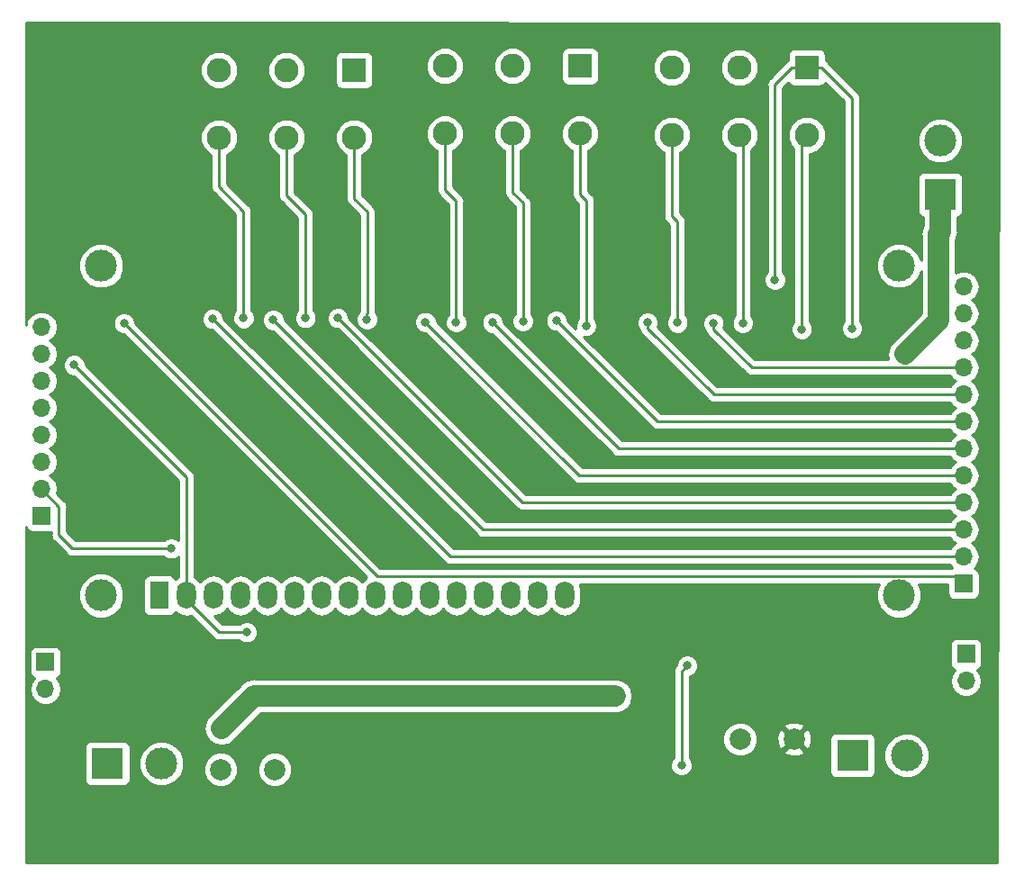
<source format=gbr>
G04 #@! TF.GenerationSoftware,KiCad,Pcbnew,(5.0.1)-4*
G04 #@! TF.CreationDate,2019-01-07T16:42:56+05:30*
G04 #@! TF.ProjectId,monitoring_board,6D6F6E69746F72696E675F626F617264,rev?*
G04 #@! TF.SameCoordinates,Original*
G04 #@! TF.FileFunction,Copper,L2,Bot,Signal*
G04 #@! TF.FilePolarity,Positive*
%FSLAX46Y46*%
G04 Gerber Fmt 4.6, Leading zero omitted, Abs format (unit mm)*
G04 Created by KiCad (PCBNEW (5.0.1)-4) date 01/07/19 16:42:56*
%MOMM*%
%LPD*%
G01*
G04 APERTURE LIST*
G04 #@! TA.AperFunction,ComponentPad*
%ADD10R,1.700000X1.700000*%
G04 #@! TD*
G04 #@! TA.AperFunction,ComponentPad*
%ADD11O,1.700000X1.700000*%
G04 #@! TD*
G04 #@! TA.AperFunction,ComponentPad*
%ADD12R,1.800000X2.600000*%
G04 #@! TD*
G04 #@! TA.AperFunction,ComponentPad*
%ADD13O,1.800000X2.600000*%
G04 #@! TD*
G04 #@! TA.AperFunction,ComponentPad*
%ADD14C,3.000000*%
G04 #@! TD*
G04 #@! TA.AperFunction,ComponentPad*
%ADD15C,2.280000*%
G04 #@! TD*
G04 #@! TA.AperFunction,ComponentPad*
%ADD16R,2.280000X2.280000*%
G04 #@! TD*
G04 #@! TA.AperFunction,ComponentPad*
%ADD17C,2.000000*%
G04 #@! TD*
G04 #@! TA.AperFunction,ComponentPad*
%ADD18R,3.000000X3.000000*%
G04 #@! TD*
G04 #@! TA.AperFunction,ViaPad*
%ADD19C,0.800000*%
G04 #@! TD*
G04 #@! TA.AperFunction,Conductor*
%ADD20C,0.250000*%
G04 #@! TD*
G04 #@! TA.AperFunction,Conductor*
%ADD21C,2.000000*%
G04 #@! TD*
G04 #@! TA.AperFunction,Conductor*
%ADD22C,0.254000*%
G04 #@! TD*
G04 APERTURE END LIST*
D10*
G04 #@! TO.P,J7,1*
G04 #@! TO.N,/27*
X139192000Y-91948000D03*
D11*
G04 #@! TO.P,J7,2*
G04 #@! TO.N,/28*
X139192000Y-89408000D03*
G04 #@! TO.P,J7,3*
G04 #@! TO.N,/23*
X139192000Y-86868000D03*
G04 #@! TO.P,J7,4*
G04 #@! TO.N,/24*
X139192000Y-84328000D03*
G04 #@! TO.P,J7,5*
G04 #@! TO.N,/25*
X139192000Y-81788000D03*
G04 #@! TO.P,J7,6*
G04 #@! TO.N,/26*
X139192000Y-79248000D03*
G04 #@! TO.P,J7,7*
G04 #@! TO.N,+5V*
X139192000Y-76708000D03*
G04 #@! TO.P,J7,8*
G04 #@! TO.N,GND*
X139192000Y-74168000D03*
G04 #@! TD*
D12*
G04 #@! TO.P,DS1,1*
G04 #@! TO.N,GND*
X150291800Y-99415600D03*
D13*
G04 #@! TO.P,DS1,2*
G04 #@! TO.N,+5V*
X152831800Y-99415600D03*
G04 #@! TO.P,DS1,3*
G04 #@! TO.N,Net-(DS1-Pad3)*
X155371800Y-99415600D03*
G04 #@! TO.P,DS1,4*
G04 #@! TO.N,/28*
X157911800Y-99415600D03*
G04 #@! TO.P,DS1,5*
G04 #@! TO.N,GND*
X160451800Y-99415600D03*
G04 #@! TO.P,DS1,6*
G04 #@! TO.N,/27*
X162991800Y-99415600D03*
G04 #@! TO.P,DS1,7*
G04 #@! TO.N,Net-(DS1-Pad7)*
X165531800Y-99415600D03*
G04 #@! TO.P,DS1,8*
G04 #@! TO.N,Net-(DS1-Pad8)*
X168071800Y-99415600D03*
G04 #@! TO.P,DS1,9*
G04 #@! TO.N,Net-(DS1-Pad9)*
X170611800Y-99415600D03*
G04 #@! TO.P,DS1,10*
G04 #@! TO.N,Net-(DS1-Pad10)*
X173151800Y-99415600D03*
G04 #@! TO.P,DS1,11*
G04 #@! TO.N,/23*
X175691800Y-99415600D03*
G04 #@! TO.P,DS1,12*
G04 #@! TO.N,/24*
X178231800Y-99415600D03*
G04 #@! TO.P,DS1,13*
G04 #@! TO.N,/25*
X180771800Y-99415600D03*
G04 #@! TO.P,DS1,14*
G04 #@! TO.N,/26*
X183311800Y-99415600D03*
G04 #@! TO.P,DS1,15*
G04 #@! TO.N,Net-(DS1-Pad15)*
X185851800Y-99415600D03*
G04 #@! TO.P,DS1,16*
G04 #@! TO.N,GND*
X188391800Y-99415600D03*
D14*
G04 #@! TO.P,DS1,*
G04 #@! TO.N,*
X144792700Y-99415600D03*
X144792700Y-68414900D03*
X219791280Y-68414900D03*
X219791800Y-99415600D03*
G04 #@! TD*
D15*
G04 #@! TO.P,J4,6*
G04 #@! TO.N,/VESC7*
X198441000Y-56114400D03*
G04 #@! TO.P,J4,5*
G04 #@! TO.N,/VESC8*
X204791000Y-56114400D03*
G04 #@! TO.P,J4,4*
G04 #@! TO.N,/SOV*
X211141000Y-56114400D03*
G04 #@! TO.P,J4,3*
G04 #@! TO.N,GND*
X198441000Y-49764400D03*
G04 #@! TO.P,J4,2*
X204791000Y-49764400D03*
D16*
G04 #@! TO.P,J4,1*
X211141000Y-49764400D03*
G04 #@! TD*
D15*
G04 #@! TO.P,J5,6*
G04 #@! TO.N,/VESC1*
X155896000Y-56343000D03*
G04 #@! TO.P,J5,5*
G04 #@! TO.N,/VESC2*
X162246000Y-56343000D03*
G04 #@! TO.P,J5,4*
G04 #@! TO.N,/VESC3*
X168596000Y-56343000D03*
G04 #@! TO.P,J5,3*
G04 #@! TO.N,GND*
X155896000Y-49993000D03*
G04 #@! TO.P,J5,2*
X162246000Y-49993000D03*
D16*
G04 #@! TO.P,J5,1*
X168596000Y-49993000D03*
G04 #@! TD*
D10*
G04 #@! TO.P,J9,1*
G04 #@! TO.N,Net-(J9-Pad1)*
X139573000Y-105689400D03*
D11*
G04 #@! TO.P,J9,2*
G04 #@! TO.N,GND*
X139573000Y-108229400D03*
G04 #@! TD*
D17*
G04 #@! TO.P,F1,2*
G04 #@! TO.N,Net-(F1-Pad2)*
X204876400Y-112938400D03*
G04 #@! TO.P,F1,1*
G04 #@! TO.N,/VIN1*
X209956400Y-112928400D03*
G04 #@! TD*
G04 #@! TO.P,F2,1*
G04 #@! TO.N,/VIN2*
X156032200Y-115773200D03*
G04 #@! TO.P,F2,2*
G04 #@! TO.N,Net-(F2-Pad2)*
X161112200Y-115783200D03*
G04 #@! TD*
D18*
G04 #@! TO.P,J1,1*
G04 #@! TO.N,/VBATT1*
X215442800Y-114452400D03*
D14*
G04 #@! TO.P,J1,2*
G04 #@! TO.N,GND*
X220522800Y-114452400D03*
G04 #@! TD*
G04 #@! TO.P,J2,2*
G04 #@! TO.N,GND*
X150469600Y-115214400D03*
D18*
G04 #@! TO.P,J2,1*
G04 #@! TO.N,/VBATT2*
X145389600Y-115214400D03*
G04 #@! TD*
D16*
G04 #@! TO.P,J3,1*
G04 #@! TO.N,GND*
X189830400Y-49637400D03*
D15*
G04 #@! TO.P,J3,2*
X183480400Y-49637400D03*
G04 #@! TO.P,J3,3*
X177130400Y-49637400D03*
G04 #@! TO.P,J3,4*
G04 #@! TO.N,/VESC6*
X189830400Y-55987400D03*
G04 #@! TO.P,J3,5*
G04 #@! TO.N,/VESC5*
X183480400Y-55987400D03*
G04 #@! TO.P,J3,6*
G04 #@! TO.N,/VESC4*
X177130400Y-55987400D03*
G04 #@! TD*
D14*
G04 #@! TO.P,J6,2*
G04 #@! TO.N,GND*
X223697800Y-56642000D03*
D18*
G04 #@! TO.P,J6,1*
G04 #@! TO.N,/VNUC*
X223697800Y-61722000D03*
G04 #@! TD*
D10*
G04 #@! TO.P,J8,1*
G04 #@! TO.N,Net-(J8-Pad1)*
X226110800Y-104927400D03*
D11*
G04 #@! TO.P,J8,2*
G04 #@! TO.N,GND*
X226110800Y-107467400D03*
G04 #@! TD*
D10*
G04 #@! TO.P,J10,1*
G04 #@! TO.N,/A0*
X225882200Y-98323400D03*
D11*
G04 #@! TO.P,J10,2*
G04 #@! TO.N,/A1*
X225882200Y-95783400D03*
G04 #@! TO.P,J10,3*
G04 #@! TO.N,/A2*
X225882200Y-93243400D03*
G04 #@! TO.P,J10,4*
G04 #@! TO.N,/A3*
X225882200Y-90703400D03*
G04 #@! TO.P,J10,5*
G04 #@! TO.N,/A4*
X225882200Y-88163400D03*
G04 #@! TO.P,J10,6*
G04 #@! TO.N,/A5*
X225882200Y-85623400D03*
G04 #@! TO.P,J10,7*
G04 #@! TO.N,/A6*
X225882200Y-83083400D03*
G04 #@! TO.P,J10,8*
G04 #@! TO.N,/A7*
X225882200Y-80543400D03*
G04 #@! TO.P,J10,9*
G04 #@! TO.N,/A8*
X225882200Y-78003400D03*
G04 #@! TO.P,J10,10*
G04 #@! TO.N,/A9*
X225882200Y-75463400D03*
G04 #@! TO.P,J10,11*
G04 #@! TO.N,/A10*
X225882200Y-72923400D03*
G04 #@! TO.P,J10,12*
G04 #@! TO.N,/A11*
X225882200Y-70383400D03*
G04 #@! TD*
D19*
G04 #@! TO.N,/28*
X151384000Y-94996000D03*
G04 #@! TO.N,GND*
X208153000Y-69723000D03*
X215392000Y-74295000D03*
G04 #@! TO.N,Net-(Q1-Pad1)*
X199364600Y-115392200D03*
X199898000Y-106019600D03*
G04 #@! TO.N,/VNUC*
X220243400Y-76808300D03*
X220243400Y-76808300D03*
G04 #@! TO.N,/VIN2*
X156133800Y-111887000D03*
X193090800Y-108864400D03*
G04 #@! TO.N,/VIN1*
X168529000Y-66802000D03*
G04 #@! TO.N,/VESC1*
X158197182Y-73335782D03*
G04 #@! TO.N,/VESC2*
X164013782Y-73323818D03*
G04 #@! TO.N,/VESC3*
X169799000Y-73456800D03*
G04 #@! TO.N,/VESC4*
X178181000Y-73736200D03*
X178181000Y-73736200D03*
G04 #@! TO.N,/VESC5*
X184454800Y-73634600D03*
G04 #@! TO.N,/VESC6*
X190423800Y-74066400D03*
G04 #@! TO.N,/VESC7*
X198983600Y-73761600D03*
G04 #@! TO.N,/VESC8*
X205130400Y-73787000D03*
G04 #@! TO.N,/SOV*
X210667600Y-74371200D03*
G04 #@! TO.N,/A1*
X155270200Y-73406000D03*
G04 #@! TO.N,/A5*
X181590582Y-73755618D03*
G04 #@! TO.N,/A0*
X146964400Y-73812400D03*
G04 #@! TO.N,/A6*
X187604400Y-73583800D03*
G04 #@! TO.N,/A2*
X160985200Y-73507600D03*
G04 #@! TO.N,+5V*
X142265400Y-77749400D03*
X158496000Y-102870000D03*
G04 #@! TO.N,/A3*
X167055800Y-73329800D03*
G04 #@! TO.N,/A7*
X196170182Y-73742182D03*
G04 #@! TO.N,/A8*
X202367782Y-73843782D03*
G04 #@! TO.N,/A4*
X175291382Y-73716782D03*
X175291382Y-73716782D03*
G04 #@! TD*
D20*
G04 #@! TO.N,/28*
X140843000Y-91059000D02*
X139192000Y-89408000D01*
X140843000Y-92964000D02*
X140843000Y-93726000D01*
X140843000Y-92964000D02*
X140843000Y-91059000D01*
X140843000Y-93091000D02*
X140843000Y-92964000D01*
X140843000Y-93726000D02*
X142113000Y-94996000D01*
X142113000Y-94996000D02*
X151384000Y-94996000D01*
G04 #@! TO.N,GND*
X209751000Y-49764400D02*
X211141000Y-49764400D01*
X208153000Y-51362400D02*
X209751000Y-49764400D01*
X208153000Y-69723000D02*
X208153000Y-51362400D01*
X212531000Y-49764400D02*
X211141000Y-49764400D01*
X215392000Y-52625400D02*
X212531000Y-49764400D01*
X215392000Y-74295000D02*
X215392000Y-52625400D01*
G04 #@! TO.N,Net-(Q1-Pad1)*
X199364600Y-115392200D02*
X199364600Y-106553000D01*
X199364600Y-106553000D02*
X199898000Y-106019600D01*
G04 #@! TO.N,/VNUC*
X223697800Y-73353900D02*
X223697800Y-61722000D01*
X220243400Y-76808300D02*
X223697800Y-73353900D01*
D21*
X223697800Y-65222000D02*
X223520000Y-65399800D01*
X223697800Y-61722000D02*
X223697800Y-65222000D01*
X223520000Y-73531700D02*
X220373310Y-76678390D01*
X223520000Y-65399800D02*
X223520000Y-73531700D01*
G04 #@! TO.N,/VIN2*
X159156400Y-108864400D02*
X193090800Y-108864400D01*
X156133800Y-111887000D02*
X159156400Y-108864400D01*
D20*
G04 #@! TO.N,/VESC1*
X155896000Y-60976200D02*
X155896000Y-56343000D01*
X158197182Y-63277382D02*
X155896000Y-60976200D01*
X158197182Y-73335782D02*
X158197182Y-63277382D01*
G04 #@! TO.N,/VESC2*
X164013782Y-73323818D02*
X164013782Y-63582182D01*
X162246000Y-61814400D02*
X162246000Y-56343000D01*
X164013782Y-63582182D02*
X162246000Y-61814400D01*
G04 #@! TO.N,/VESC3*
X169799000Y-72891115D02*
X169824400Y-72865715D01*
X169799000Y-73456800D02*
X169799000Y-72891115D01*
X169824400Y-72865715D02*
X169824400Y-63347600D01*
X168596000Y-62119200D02*
X168596000Y-56343000D01*
X169824400Y-63347600D02*
X168596000Y-62119200D01*
G04 #@! TO.N,/VESC4*
X177130400Y-61281000D02*
X177130400Y-55987400D01*
X178181000Y-73736200D02*
X178181000Y-62331600D01*
X178181000Y-62331600D02*
X177130400Y-61281000D01*
G04 #@! TO.N,/VESC5*
X183480400Y-61535000D02*
X183480400Y-55987400D01*
X184454800Y-73634600D02*
X184454800Y-62509400D01*
X184454800Y-62509400D02*
X183480400Y-61535000D01*
G04 #@! TO.N,/VESC6*
X190423800Y-74066400D02*
X190423800Y-62280800D01*
X189830400Y-61687400D02*
X189830400Y-55987400D01*
X190423800Y-62280800D02*
X189830400Y-61687400D01*
G04 #@! TO.N,/VESC7*
X198983600Y-73761600D02*
X198983600Y-64262000D01*
X198441000Y-63719400D02*
X198441000Y-56114400D01*
X198983600Y-64262000D02*
X198441000Y-63719400D01*
G04 #@! TO.N,/VESC8*
X205130400Y-56453800D02*
X204791000Y-56114400D01*
X205130400Y-73787000D02*
X205130400Y-56453800D01*
G04 #@! TO.N,/SOV*
X210667600Y-56587800D02*
X211141000Y-56114400D01*
X210667600Y-74371200D02*
X210667600Y-56587800D01*
G04 #@! TO.N,/A1*
X177647600Y-95783400D02*
X225882200Y-95783400D01*
X155270200Y-73406000D02*
X177647600Y-95783400D01*
G04 #@! TO.N,/A5*
X193458364Y-85623400D02*
X225882200Y-85623400D01*
X181590582Y-73755618D02*
X193458364Y-85623400D01*
G04 #@! TO.N,/A0*
X225149399Y-97590599D02*
X225733599Y-98174799D01*
X170742599Y-97590599D02*
X225149399Y-97590599D01*
X146964400Y-73812400D02*
X170742599Y-97590599D01*
G04 #@! TO.N,/A6*
X197104000Y-83083400D02*
X225882200Y-83083400D01*
X187604400Y-73583800D02*
X197104000Y-83083400D01*
G04 #@! TO.N,/A2*
X160985200Y-73533000D02*
X160985200Y-73507600D01*
X180721000Y-93243400D02*
X225733599Y-93243400D01*
X160985200Y-73507600D02*
X180721000Y-93243400D01*
G04 #@! TO.N,+5V*
X152831800Y-88315800D02*
X152831800Y-99415600D01*
X142265400Y-77749400D02*
X152831800Y-88315800D01*
X152831800Y-99815600D02*
X152831800Y-99415600D01*
X155886200Y-102870000D02*
X152831800Y-99815600D01*
X158496000Y-102870000D02*
X155886200Y-102870000D01*
G04 #@! TO.N,/A3*
X184429400Y-90703400D02*
X225882200Y-90703400D01*
X167055800Y-73329800D02*
X184429400Y-90703400D01*
G04 #@! TO.N,/A7*
X224680119Y-80543400D02*
X225882200Y-80543400D01*
X202405715Y-80543400D02*
X224680119Y-80543400D01*
X196170182Y-74307867D02*
X202405715Y-80543400D01*
X196170182Y-73742182D02*
X196170182Y-74307867D01*
G04 #@! TO.N,/A8*
X224680119Y-78003400D02*
X225882200Y-78003400D01*
X205961715Y-78003400D02*
X224680119Y-78003400D01*
X202367782Y-74409467D02*
X205961715Y-78003400D01*
X202367782Y-73843782D02*
X202367782Y-74409467D01*
G04 #@! TO.N,/A4*
X189738000Y-88163400D02*
X225882200Y-88163400D01*
X175291382Y-73716782D02*
X189738000Y-88163400D01*
G04 #@! TD*
D22*
G04 #@! TO.N,/VIN1*
G36*
X229183917Y-45642061D02*
X229059084Y-124537000D01*
X137718000Y-124537000D01*
X137718000Y-113714400D01*
X143242160Y-113714400D01*
X143242160Y-116714400D01*
X143291443Y-116962165D01*
X143431791Y-117172209D01*
X143641835Y-117312557D01*
X143889600Y-117361840D01*
X146889600Y-117361840D01*
X147137365Y-117312557D01*
X147347409Y-117172209D01*
X147487757Y-116962165D01*
X147537040Y-116714400D01*
X147537040Y-114789722D01*
X148334600Y-114789722D01*
X148334600Y-115639078D01*
X148659634Y-116423780D01*
X149260220Y-117024366D01*
X150044922Y-117349400D01*
X150894278Y-117349400D01*
X151678980Y-117024366D01*
X152279566Y-116423780D01*
X152604600Y-115639078D01*
X152604600Y-115447978D01*
X154397200Y-115447978D01*
X154397200Y-116098422D01*
X154646114Y-116699353D01*
X155106047Y-117159286D01*
X155706978Y-117408200D01*
X156357422Y-117408200D01*
X156958353Y-117159286D01*
X157418286Y-116699353D01*
X157667200Y-116098422D01*
X157667200Y-115457978D01*
X159477200Y-115457978D01*
X159477200Y-116108422D01*
X159726114Y-116709353D01*
X160186047Y-117169286D01*
X160786978Y-117418200D01*
X161437422Y-117418200D01*
X162038353Y-117169286D01*
X162498286Y-116709353D01*
X162747200Y-116108422D01*
X162747200Y-115457978D01*
X162634678Y-115186326D01*
X198329600Y-115186326D01*
X198329600Y-115598074D01*
X198487169Y-115978480D01*
X198778320Y-116269631D01*
X199158726Y-116427200D01*
X199570474Y-116427200D01*
X199950880Y-116269631D01*
X200242031Y-115978480D01*
X200399600Y-115598074D01*
X200399600Y-115186326D01*
X200242031Y-114805920D01*
X200124600Y-114688489D01*
X200124600Y-112613178D01*
X203241400Y-112613178D01*
X203241400Y-113263622D01*
X203490314Y-113864553D01*
X203950247Y-114324486D01*
X204551178Y-114573400D01*
X205201622Y-114573400D01*
X205802553Y-114324486D01*
X206046107Y-114080932D01*
X208983473Y-114080932D01*
X209082136Y-114347787D01*
X209691861Y-114574308D01*
X210341860Y-114550256D01*
X210830664Y-114347787D01*
X210929327Y-114080932D01*
X209956400Y-113108005D01*
X208983473Y-114080932D01*
X206046107Y-114080932D01*
X206262486Y-113864553D01*
X206511400Y-113263622D01*
X206511400Y-112663861D01*
X208310492Y-112663861D01*
X208334544Y-113313860D01*
X208537013Y-113802664D01*
X208803868Y-113901327D01*
X209776795Y-112928400D01*
X210136005Y-112928400D01*
X211108932Y-113901327D01*
X211375787Y-113802664D01*
X211602308Y-113192939D01*
X211593408Y-112952400D01*
X213295360Y-112952400D01*
X213295360Y-115952400D01*
X213344643Y-116200165D01*
X213484991Y-116410209D01*
X213695035Y-116550557D01*
X213942800Y-116599840D01*
X216942800Y-116599840D01*
X217190565Y-116550557D01*
X217400609Y-116410209D01*
X217540957Y-116200165D01*
X217590240Y-115952400D01*
X217590240Y-114027722D01*
X218387800Y-114027722D01*
X218387800Y-114877078D01*
X218712834Y-115661780D01*
X219313420Y-116262366D01*
X220098122Y-116587400D01*
X220947478Y-116587400D01*
X221732180Y-116262366D01*
X222332766Y-115661780D01*
X222657800Y-114877078D01*
X222657800Y-114027722D01*
X222332766Y-113243020D01*
X221732180Y-112642434D01*
X220947478Y-112317400D01*
X220098122Y-112317400D01*
X219313420Y-112642434D01*
X218712834Y-113243020D01*
X218387800Y-114027722D01*
X217590240Y-114027722D01*
X217590240Y-112952400D01*
X217540957Y-112704635D01*
X217400609Y-112494591D01*
X217190565Y-112354243D01*
X216942800Y-112304960D01*
X213942800Y-112304960D01*
X213695035Y-112354243D01*
X213484991Y-112494591D01*
X213344643Y-112704635D01*
X213295360Y-112952400D01*
X211593408Y-112952400D01*
X211578256Y-112542940D01*
X211375787Y-112054136D01*
X211108932Y-111955473D01*
X210136005Y-112928400D01*
X209776795Y-112928400D01*
X208803868Y-111955473D01*
X208537013Y-112054136D01*
X208310492Y-112663861D01*
X206511400Y-112663861D01*
X206511400Y-112613178D01*
X206262486Y-112012247D01*
X206026107Y-111775868D01*
X208983473Y-111775868D01*
X209956400Y-112748795D01*
X210929327Y-111775868D01*
X210830664Y-111509013D01*
X210220939Y-111282492D01*
X209570940Y-111306544D01*
X209082136Y-111509013D01*
X208983473Y-111775868D01*
X206026107Y-111775868D01*
X205802553Y-111552314D01*
X205201622Y-111303400D01*
X204551178Y-111303400D01*
X203950247Y-111552314D01*
X203490314Y-112012247D01*
X203241400Y-112613178D01*
X200124600Y-112613178D01*
X200124600Y-107467400D01*
X224596708Y-107467400D01*
X224711961Y-108046818D01*
X225040175Y-108538025D01*
X225531382Y-108866239D01*
X225964544Y-108952400D01*
X226257056Y-108952400D01*
X226690218Y-108866239D01*
X227181425Y-108538025D01*
X227509639Y-108046818D01*
X227624892Y-107467400D01*
X227509639Y-106887982D01*
X227181425Y-106396775D01*
X227163181Y-106384584D01*
X227208565Y-106375557D01*
X227418609Y-106235209D01*
X227558957Y-106025165D01*
X227608240Y-105777400D01*
X227608240Y-104077400D01*
X227558957Y-103829635D01*
X227418609Y-103619591D01*
X227208565Y-103479243D01*
X226960800Y-103429960D01*
X225260800Y-103429960D01*
X225013035Y-103479243D01*
X224802991Y-103619591D01*
X224662643Y-103829635D01*
X224613360Y-104077400D01*
X224613360Y-105777400D01*
X224662643Y-106025165D01*
X224802991Y-106235209D01*
X225013035Y-106375557D01*
X225058419Y-106384584D01*
X225040175Y-106396775D01*
X224711961Y-106887982D01*
X224596708Y-107467400D01*
X200124600Y-107467400D01*
X200124600Y-107046015D01*
X200484280Y-106897031D01*
X200775431Y-106605880D01*
X200933000Y-106225474D01*
X200933000Y-105813726D01*
X200775431Y-105433320D01*
X200484280Y-105142169D01*
X200103874Y-104984600D01*
X199692126Y-104984600D01*
X199311720Y-105142169D01*
X199020569Y-105433320D01*
X198863000Y-105813726D01*
X198863000Y-105974116D01*
X198816672Y-106005071D01*
X198774272Y-106068527D01*
X198774271Y-106068528D01*
X198648697Y-106256463D01*
X198589712Y-106553000D01*
X198604601Y-106627852D01*
X198604600Y-114688489D01*
X198487169Y-114805920D01*
X198329600Y-115186326D01*
X162634678Y-115186326D01*
X162498286Y-114857047D01*
X162038353Y-114397114D01*
X161437422Y-114148200D01*
X160786978Y-114148200D01*
X160186047Y-114397114D01*
X159726114Y-114857047D01*
X159477200Y-115457978D01*
X157667200Y-115457978D01*
X157667200Y-115447978D01*
X157418286Y-114847047D01*
X156958353Y-114387114D01*
X156357422Y-114138200D01*
X155706978Y-114138200D01*
X155106047Y-114387114D01*
X154646114Y-114847047D01*
X154397200Y-115447978D01*
X152604600Y-115447978D01*
X152604600Y-114789722D01*
X152279566Y-114005020D01*
X151678980Y-113404434D01*
X150894278Y-113079400D01*
X150044922Y-113079400D01*
X149260220Y-113404434D01*
X148659634Y-114005020D01*
X148334600Y-114789722D01*
X147537040Y-114789722D01*
X147537040Y-113714400D01*
X147487757Y-113466635D01*
X147347409Y-113256591D01*
X147137365Y-113116243D01*
X146889600Y-113066960D01*
X143889600Y-113066960D01*
X143641835Y-113116243D01*
X143431791Y-113256591D01*
X143291443Y-113466635D01*
X143242160Y-113714400D01*
X137718000Y-113714400D01*
X137718000Y-111887000D01*
X154466769Y-111887000D01*
X154593665Y-112524945D01*
X154955032Y-113065768D01*
X155495855Y-113427135D01*
X156133800Y-113554031D01*
X156771745Y-113427135D01*
X157176053Y-113156985D01*
X159833639Y-110499400D01*
X193251831Y-110499400D01*
X193728745Y-110404536D01*
X194269569Y-110043169D01*
X194630936Y-109502345D01*
X194757831Y-108864400D01*
X194630936Y-108226455D01*
X194269569Y-107685631D01*
X193728745Y-107324264D01*
X193251831Y-107229400D01*
X159317430Y-107229400D01*
X159156400Y-107197369D01*
X158995370Y-107229400D01*
X158995369Y-107229400D01*
X158518455Y-107324264D01*
X157977631Y-107685631D01*
X157886414Y-107822147D01*
X154863815Y-110844747D01*
X154593665Y-111249055D01*
X154466769Y-111887000D01*
X137718000Y-111887000D01*
X137718000Y-108229400D01*
X138058908Y-108229400D01*
X138174161Y-108808818D01*
X138502375Y-109300025D01*
X138993582Y-109628239D01*
X139426744Y-109714400D01*
X139719256Y-109714400D01*
X140152418Y-109628239D01*
X140643625Y-109300025D01*
X140971839Y-108808818D01*
X141087092Y-108229400D01*
X140971839Y-107649982D01*
X140643625Y-107158775D01*
X140625381Y-107146584D01*
X140670765Y-107137557D01*
X140880809Y-106997209D01*
X141021157Y-106787165D01*
X141070440Y-106539400D01*
X141070440Y-104839400D01*
X141021157Y-104591635D01*
X140880809Y-104381591D01*
X140670765Y-104241243D01*
X140423000Y-104191960D01*
X138723000Y-104191960D01*
X138475235Y-104241243D01*
X138265191Y-104381591D01*
X138124843Y-104591635D01*
X138075560Y-104839400D01*
X138075560Y-106539400D01*
X138124843Y-106787165D01*
X138265191Y-106997209D01*
X138475235Y-107137557D01*
X138520619Y-107146584D01*
X138502375Y-107158775D01*
X138174161Y-107649982D01*
X138058908Y-108229400D01*
X137718000Y-108229400D01*
X137718000Y-98990922D01*
X142657700Y-98990922D01*
X142657700Y-99840278D01*
X142982734Y-100624980D01*
X143583320Y-101225566D01*
X144368022Y-101550600D01*
X145217378Y-101550600D01*
X146002080Y-101225566D01*
X146602666Y-100624980D01*
X146927700Y-99840278D01*
X146927700Y-98990922D01*
X146602666Y-98206220D01*
X146002080Y-97605634D01*
X145217378Y-97280600D01*
X144368022Y-97280600D01*
X143583320Y-97605634D01*
X142982734Y-98206220D01*
X142657700Y-98990922D01*
X137718000Y-98990922D01*
X137718000Y-92915842D01*
X137743843Y-93045765D01*
X137884191Y-93255809D01*
X138094235Y-93396157D01*
X138342000Y-93445440D01*
X140042000Y-93445440D01*
X140083000Y-93437285D01*
X140083000Y-93651153D01*
X140068112Y-93726000D01*
X140083000Y-93800847D01*
X140083000Y-93800852D01*
X140121449Y-93994143D01*
X140127097Y-94022537D01*
X140191264Y-94118569D01*
X140295072Y-94273929D01*
X140358528Y-94316329D01*
X141522671Y-95480473D01*
X141565071Y-95543929D01*
X141816463Y-95711904D01*
X142038148Y-95756000D01*
X142038152Y-95756000D01*
X142112999Y-95770888D01*
X142187846Y-95756000D01*
X150680289Y-95756000D01*
X150797720Y-95873431D01*
X151178126Y-96031000D01*
X151589874Y-96031000D01*
X151970280Y-95873431D01*
X152071801Y-95771910D01*
X152071801Y-97677287D01*
X151788929Y-97866296D01*
X151649609Y-97657791D01*
X151439565Y-97517443D01*
X151191800Y-97468160D01*
X149391800Y-97468160D01*
X149144035Y-97517443D01*
X148933991Y-97657791D01*
X148793643Y-97867835D01*
X148744360Y-98115600D01*
X148744360Y-100715600D01*
X148793643Y-100963365D01*
X148933991Y-101173409D01*
X149144035Y-101313757D01*
X149391800Y-101363040D01*
X151191800Y-101363040D01*
X151439565Y-101313757D01*
X151649609Y-101173409D01*
X151788929Y-100964903D01*
X152232874Y-101261538D01*
X152831800Y-101380672D01*
X153240730Y-101299331D01*
X155295871Y-103354473D01*
X155338271Y-103417929D01*
X155589663Y-103585904D01*
X155811348Y-103630000D01*
X155811353Y-103630000D01*
X155886200Y-103644888D01*
X155961047Y-103630000D01*
X157792289Y-103630000D01*
X157909720Y-103747431D01*
X158290126Y-103905000D01*
X158701874Y-103905000D01*
X159082280Y-103747431D01*
X159373431Y-103456280D01*
X159531000Y-103075874D01*
X159531000Y-102664126D01*
X159373431Y-102283720D01*
X159082280Y-101992569D01*
X158701874Y-101835000D01*
X158290126Y-101835000D01*
X157909720Y-101992569D01*
X157792289Y-102110000D01*
X156201002Y-102110000D01*
X155455104Y-101364102D01*
X155970727Y-101261538D01*
X156478473Y-100922273D01*
X156641800Y-100677836D01*
X156805128Y-100922273D01*
X157312874Y-101261538D01*
X157911800Y-101380672D01*
X158510727Y-101261538D01*
X159018473Y-100922273D01*
X159181800Y-100677836D01*
X159345128Y-100922273D01*
X159852874Y-101261538D01*
X160451800Y-101380672D01*
X161050727Y-101261538D01*
X161558473Y-100922273D01*
X161721800Y-100677836D01*
X161885128Y-100922273D01*
X162392874Y-101261538D01*
X162991800Y-101380672D01*
X163590727Y-101261538D01*
X164098473Y-100922273D01*
X164261800Y-100677836D01*
X164425128Y-100922273D01*
X164932874Y-101261538D01*
X165531800Y-101380672D01*
X166130727Y-101261538D01*
X166638473Y-100922273D01*
X166801800Y-100677836D01*
X166965128Y-100922273D01*
X167472874Y-101261538D01*
X168071800Y-101380672D01*
X168670727Y-101261538D01*
X169178473Y-100922273D01*
X169341800Y-100677836D01*
X169505128Y-100922273D01*
X170012874Y-101261538D01*
X170611800Y-101380672D01*
X171210727Y-101261538D01*
X171718473Y-100922273D01*
X171881800Y-100677836D01*
X172045128Y-100922273D01*
X172552874Y-101261538D01*
X173151800Y-101380672D01*
X173750727Y-101261538D01*
X174258473Y-100922273D01*
X174421800Y-100677836D01*
X174585128Y-100922273D01*
X175092874Y-101261538D01*
X175691800Y-101380672D01*
X176290727Y-101261538D01*
X176798473Y-100922273D01*
X176961800Y-100677836D01*
X177125128Y-100922273D01*
X177632874Y-101261538D01*
X178231800Y-101380672D01*
X178830727Y-101261538D01*
X179338473Y-100922273D01*
X179501800Y-100677836D01*
X179665128Y-100922273D01*
X180172874Y-101261538D01*
X180771800Y-101380672D01*
X181370727Y-101261538D01*
X181878473Y-100922273D01*
X182041800Y-100677836D01*
X182205128Y-100922273D01*
X182712874Y-101261538D01*
X183311800Y-101380672D01*
X183910727Y-101261538D01*
X184418473Y-100922273D01*
X184581800Y-100677836D01*
X184745128Y-100922273D01*
X185252874Y-101261538D01*
X185851800Y-101380672D01*
X186450727Y-101261538D01*
X186958473Y-100922273D01*
X187121800Y-100677836D01*
X187285128Y-100922273D01*
X187792874Y-101261538D01*
X188391800Y-101380672D01*
X188990727Y-101261538D01*
X189498473Y-100922273D01*
X189837738Y-100414527D01*
X189926800Y-99966781D01*
X189926800Y-98864418D01*
X189837738Y-98416673D01*
X189793589Y-98350599D01*
X217922030Y-98350599D01*
X217656800Y-98990922D01*
X217656800Y-99840278D01*
X217981834Y-100624980D01*
X218582420Y-101225566D01*
X219367122Y-101550600D01*
X220216478Y-101550600D01*
X221001180Y-101225566D01*
X221601766Y-100624980D01*
X221926800Y-99840278D01*
X221926800Y-98990922D01*
X221661570Y-98350599D01*
X224384760Y-98350599D01*
X224384760Y-99173400D01*
X224434043Y-99421165D01*
X224574391Y-99631209D01*
X224784435Y-99771557D01*
X225032200Y-99820840D01*
X226732200Y-99820840D01*
X226979965Y-99771557D01*
X227190009Y-99631209D01*
X227330357Y-99421165D01*
X227379640Y-99173400D01*
X227379640Y-97473400D01*
X227330357Y-97225635D01*
X227190009Y-97015591D01*
X226979965Y-96875243D01*
X226934581Y-96866216D01*
X226952825Y-96854025D01*
X227281039Y-96362818D01*
X227396292Y-95783400D01*
X227281039Y-95203982D01*
X226952825Y-94712775D01*
X226654439Y-94513400D01*
X226952825Y-94314025D01*
X227281039Y-93822818D01*
X227396292Y-93243400D01*
X227281039Y-92663982D01*
X226952825Y-92172775D01*
X226654439Y-91973400D01*
X226952825Y-91774025D01*
X227281039Y-91282818D01*
X227396292Y-90703400D01*
X227281039Y-90123982D01*
X226952825Y-89632775D01*
X226654439Y-89433400D01*
X226952825Y-89234025D01*
X227281039Y-88742818D01*
X227396292Y-88163400D01*
X227281039Y-87583982D01*
X226952825Y-87092775D01*
X226654439Y-86893400D01*
X226952825Y-86694025D01*
X227281039Y-86202818D01*
X227396292Y-85623400D01*
X227281039Y-85043982D01*
X226952825Y-84552775D01*
X226654439Y-84353400D01*
X226952825Y-84154025D01*
X227281039Y-83662818D01*
X227396292Y-83083400D01*
X227281039Y-82503982D01*
X226952825Y-82012775D01*
X226654439Y-81813400D01*
X226952825Y-81614025D01*
X227281039Y-81122818D01*
X227396292Y-80543400D01*
X227281039Y-79963982D01*
X226952825Y-79472775D01*
X226654439Y-79273400D01*
X226952825Y-79074025D01*
X227281039Y-78582818D01*
X227396292Y-78003400D01*
X227281039Y-77423982D01*
X226952825Y-76932775D01*
X226654439Y-76733400D01*
X226952825Y-76534025D01*
X227281039Y-76042818D01*
X227396292Y-75463400D01*
X227281039Y-74883982D01*
X226952825Y-74392775D01*
X226654439Y-74193400D01*
X226952825Y-73994025D01*
X227281039Y-73502818D01*
X227396292Y-72923400D01*
X227281039Y-72343982D01*
X226952825Y-71852775D01*
X226654439Y-71653400D01*
X226952825Y-71454025D01*
X227281039Y-70962818D01*
X227396292Y-70383400D01*
X227281039Y-69803982D01*
X226952825Y-69312775D01*
X226461618Y-68984561D01*
X226028456Y-68898400D01*
X225735944Y-68898400D01*
X225302782Y-68984561D01*
X225155000Y-69083306D01*
X225155000Y-65984068D01*
X225237936Y-65859945D01*
X225332800Y-65383031D01*
X225332800Y-65383027D01*
X225364830Y-65222001D01*
X225332800Y-65060975D01*
X225332800Y-63842587D01*
X225445565Y-63820157D01*
X225655609Y-63679809D01*
X225795957Y-63469765D01*
X225845240Y-63222000D01*
X225845240Y-60222000D01*
X225795957Y-59974235D01*
X225655609Y-59764191D01*
X225445565Y-59623843D01*
X225197800Y-59574560D01*
X222197800Y-59574560D01*
X221950035Y-59623843D01*
X221739991Y-59764191D01*
X221599643Y-59974235D01*
X221550360Y-60222000D01*
X221550360Y-63222000D01*
X221599643Y-63469765D01*
X221739991Y-63679809D01*
X221950035Y-63820157D01*
X222062801Y-63842587D01*
X222062801Y-64637732D01*
X221979864Y-64761856D01*
X221970302Y-64809929D01*
X221852969Y-65399800D01*
X221885000Y-65560830D01*
X221885000Y-67890564D01*
X221601246Y-67205520D01*
X221000660Y-66604934D01*
X220215958Y-66279900D01*
X219366602Y-66279900D01*
X218581900Y-66604934D01*
X217981314Y-67205520D01*
X217656280Y-67990222D01*
X217656280Y-68839578D01*
X217981314Y-69624280D01*
X218581900Y-70224866D01*
X219366602Y-70549900D01*
X220215958Y-70549900D01*
X221000660Y-70224866D01*
X221601246Y-69624280D01*
X221885000Y-68939236D01*
X221885001Y-72854460D01*
X219103325Y-75636137D01*
X218833175Y-76040445D01*
X218706279Y-76678390D01*
X218818667Y-77243400D01*
X206276517Y-77243400D01*
X203309053Y-74275937D01*
X203402782Y-74049656D01*
X203402782Y-73637908D01*
X203245213Y-73257502D01*
X202954062Y-72966351D01*
X202573656Y-72808782D01*
X202161908Y-72808782D01*
X201781502Y-72966351D01*
X201490351Y-73257502D01*
X201332782Y-73637908D01*
X201332782Y-74049656D01*
X201490351Y-74430062D01*
X201623468Y-74563179D01*
X201651878Y-74706004D01*
X201819854Y-74957396D01*
X201883310Y-74999796D01*
X205371386Y-78487873D01*
X205413786Y-78551329D01*
X205477242Y-78593729D01*
X205665177Y-78719304D01*
X205713320Y-78728880D01*
X205886863Y-78763400D01*
X205886867Y-78763400D01*
X205961715Y-78778288D01*
X206036563Y-78763400D01*
X224604022Y-78763400D01*
X224811575Y-79074025D01*
X225109961Y-79273400D01*
X224811575Y-79472775D01*
X224604022Y-79783400D01*
X202720518Y-79783400D01*
X197111453Y-74174337D01*
X197205182Y-73948056D01*
X197205182Y-73536308D01*
X197047613Y-73155902D01*
X196756462Y-72864751D01*
X196376056Y-72707182D01*
X195964308Y-72707182D01*
X195583902Y-72864751D01*
X195292751Y-73155902D01*
X195135182Y-73536308D01*
X195135182Y-73948056D01*
X195292751Y-74328462D01*
X195425868Y-74461579D01*
X195454278Y-74604404D01*
X195622254Y-74855796D01*
X195685710Y-74898196D01*
X201815388Y-81027876D01*
X201857786Y-81091329D01*
X201921239Y-81133727D01*
X201921241Y-81133729D01*
X202033267Y-81208582D01*
X202109178Y-81259304D01*
X202330863Y-81303400D01*
X202330867Y-81303400D01*
X202405714Y-81318288D01*
X202480561Y-81303400D01*
X224604022Y-81303400D01*
X224811575Y-81614025D01*
X225109961Y-81813400D01*
X224811575Y-82012775D01*
X224604022Y-82323400D01*
X197418802Y-82323400D01*
X190181864Y-75086463D01*
X190217926Y-75101400D01*
X190629674Y-75101400D01*
X191010080Y-74943831D01*
X191301231Y-74652680D01*
X191458800Y-74272274D01*
X191458800Y-73860526D01*
X191301231Y-73480120D01*
X191183800Y-73362689D01*
X191183800Y-62355646D01*
X191198688Y-62280799D01*
X191183800Y-62205952D01*
X191183800Y-62205948D01*
X191139704Y-61984263D01*
X191035913Y-61828929D01*
X191014129Y-61796326D01*
X191014127Y-61796324D01*
X190971729Y-61732871D01*
X190908275Y-61690472D01*
X190590400Y-61372598D01*
X190590400Y-57593844D01*
X190835857Y-57492172D01*
X191335172Y-56992857D01*
X191605400Y-56340469D01*
X191605400Y-55761331D01*
X196666000Y-55761331D01*
X196666000Y-56467469D01*
X196936228Y-57119857D01*
X197435543Y-57619172D01*
X197681001Y-57720844D01*
X197681000Y-63644553D01*
X197666112Y-63719400D01*
X197681000Y-63794247D01*
X197681000Y-63794251D01*
X197725096Y-64015936D01*
X197893071Y-64267329D01*
X197956530Y-64309731D01*
X198223601Y-64576803D01*
X198223600Y-73057889D01*
X198106169Y-73175320D01*
X197948600Y-73555726D01*
X197948600Y-73967474D01*
X198106169Y-74347880D01*
X198397320Y-74639031D01*
X198777726Y-74796600D01*
X199189474Y-74796600D01*
X199569880Y-74639031D01*
X199861031Y-74347880D01*
X200018600Y-73967474D01*
X200018600Y-73555726D01*
X199861031Y-73175320D01*
X199743600Y-73057889D01*
X199743600Y-64336846D01*
X199758488Y-64261999D01*
X199743600Y-64187152D01*
X199743600Y-64187148D01*
X199699504Y-63965463D01*
X199531529Y-63714071D01*
X199468072Y-63671671D01*
X199201000Y-63404599D01*
X199201000Y-57720844D01*
X199446457Y-57619172D01*
X199945772Y-57119857D01*
X200216000Y-56467469D01*
X200216000Y-55761331D01*
X203016000Y-55761331D01*
X203016000Y-56467469D01*
X203286228Y-57119857D01*
X203785543Y-57619172D01*
X204370401Y-57861428D01*
X204370400Y-73083289D01*
X204252969Y-73200720D01*
X204095400Y-73581126D01*
X204095400Y-73992874D01*
X204252969Y-74373280D01*
X204544120Y-74664431D01*
X204924526Y-74822000D01*
X205336274Y-74822000D01*
X205716680Y-74664431D01*
X206007831Y-74373280D01*
X206165400Y-73992874D01*
X206165400Y-73581126D01*
X206007831Y-73200720D01*
X205890400Y-73083289D01*
X205890400Y-69517126D01*
X207118000Y-69517126D01*
X207118000Y-69928874D01*
X207275569Y-70309280D01*
X207566720Y-70600431D01*
X207947126Y-70758000D01*
X208358874Y-70758000D01*
X208739280Y-70600431D01*
X209030431Y-70309280D01*
X209188000Y-69928874D01*
X209188000Y-69517126D01*
X209030431Y-69136720D01*
X208913000Y-69019289D01*
X208913000Y-55761331D01*
X209366000Y-55761331D01*
X209366000Y-56467469D01*
X209636228Y-57119857D01*
X209907601Y-57391230D01*
X209907600Y-73667489D01*
X209790169Y-73784920D01*
X209632600Y-74165326D01*
X209632600Y-74577074D01*
X209790169Y-74957480D01*
X210081320Y-75248631D01*
X210461726Y-75406200D01*
X210873474Y-75406200D01*
X211253880Y-75248631D01*
X211545031Y-74957480D01*
X211702600Y-74577074D01*
X211702600Y-74165326D01*
X211545031Y-73784920D01*
X211427600Y-73667489D01*
X211427600Y-57889400D01*
X211494069Y-57889400D01*
X212146457Y-57619172D01*
X212645772Y-57119857D01*
X212916000Y-56467469D01*
X212916000Y-55761331D01*
X212645772Y-55108943D01*
X212146457Y-54609628D01*
X211494069Y-54339400D01*
X210787931Y-54339400D01*
X210135543Y-54609628D01*
X209636228Y-55108943D01*
X209366000Y-55761331D01*
X208913000Y-55761331D01*
X208913000Y-51677201D01*
X209416940Y-51173262D01*
X209543191Y-51362209D01*
X209753235Y-51502557D01*
X210001000Y-51551840D01*
X212281000Y-51551840D01*
X212528765Y-51502557D01*
X212738809Y-51362209D01*
X212865060Y-51173262D01*
X214632001Y-52940203D01*
X214632000Y-73591289D01*
X214514569Y-73708720D01*
X214357000Y-74089126D01*
X214357000Y-74500874D01*
X214514569Y-74881280D01*
X214805720Y-75172431D01*
X215186126Y-75330000D01*
X215597874Y-75330000D01*
X215978280Y-75172431D01*
X216269431Y-74881280D01*
X216427000Y-74500874D01*
X216427000Y-74089126D01*
X216269431Y-73708720D01*
X216152000Y-73591289D01*
X216152000Y-56217322D01*
X221562800Y-56217322D01*
X221562800Y-57066678D01*
X221887834Y-57851380D01*
X222488420Y-58451966D01*
X223273122Y-58777000D01*
X224122478Y-58777000D01*
X224907180Y-58451966D01*
X225507766Y-57851380D01*
X225832800Y-57066678D01*
X225832800Y-56217322D01*
X225507766Y-55432620D01*
X224907180Y-54832034D01*
X224122478Y-54507000D01*
X223273122Y-54507000D01*
X222488420Y-54832034D01*
X221887834Y-55432620D01*
X221562800Y-56217322D01*
X216152000Y-56217322D01*
X216152000Y-52700246D01*
X216166888Y-52625399D01*
X216152000Y-52550552D01*
X216152000Y-52550548D01*
X216107904Y-52328863D01*
X215939929Y-52077471D01*
X215876473Y-52035071D01*
X213121331Y-49279930D01*
X213078929Y-49216471D01*
X212928440Y-49115917D01*
X212928440Y-48624400D01*
X212879157Y-48376635D01*
X212738809Y-48166591D01*
X212528765Y-48026243D01*
X212281000Y-47976960D01*
X210001000Y-47976960D01*
X209753235Y-48026243D01*
X209543191Y-48166591D01*
X209402843Y-48376635D01*
X209353560Y-48624400D01*
X209353560Y-49115917D01*
X209203071Y-49216471D01*
X209160671Y-49279927D01*
X207668528Y-50772071D01*
X207605072Y-50814471D01*
X207562672Y-50877927D01*
X207562671Y-50877928D01*
X207437097Y-51065863D01*
X207378112Y-51362400D01*
X207393001Y-51437252D01*
X207393000Y-69019289D01*
X207275569Y-69136720D01*
X207118000Y-69517126D01*
X205890400Y-69517126D01*
X205890400Y-57525229D01*
X206295772Y-57119857D01*
X206566000Y-56467469D01*
X206566000Y-55761331D01*
X206295772Y-55108943D01*
X205796457Y-54609628D01*
X205144069Y-54339400D01*
X204437931Y-54339400D01*
X203785543Y-54609628D01*
X203286228Y-55108943D01*
X203016000Y-55761331D01*
X200216000Y-55761331D01*
X199945772Y-55108943D01*
X199446457Y-54609628D01*
X198794069Y-54339400D01*
X198087931Y-54339400D01*
X197435543Y-54609628D01*
X196936228Y-55108943D01*
X196666000Y-55761331D01*
X191605400Y-55761331D01*
X191605400Y-55634331D01*
X191335172Y-54981943D01*
X190835857Y-54482628D01*
X190183469Y-54212400D01*
X189477331Y-54212400D01*
X188824943Y-54482628D01*
X188325628Y-54981943D01*
X188055400Y-55634331D01*
X188055400Y-56340469D01*
X188325628Y-56992857D01*
X188824943Y-57492172D01*
X189070401Y-57593844D01*
X189070400Y-61612553D01*
X189055512Y-61687400D01*
X189070400Y-61762247D01*
X189070400Y-61762251D01*
X189114496Y-61983936D01*
X189282471Y-62235329D01*
X189345929Y-62277730D01*
X189663801Y-62595603D01*
X189663800Y-73362689D01*
X189546369Y-73480120D01*
X189388800Y-73860526D01*
X189388800Y-74272274D01*
X189403737Y-74308336D01*
X188639400Y-73543999D01*
X188639400Y-73377926D01*
X188481831Y-72997520D01*
X188190680Y-72706369D01*
X187810274Y-72548800D01*
X187398526Y-72548800D01*
X187018120Y-72706369D01*
X186726969Y-72997520D01*
X186569400Y-73377926D01*
X186569400Y-73789674D01*
X186726969Y-74170080D01*
X187018120Y-74461231D01*
X187398526Y-74618800D01*
X187564599Y-74618800D01*
X196513671Y-83567873D01*
X196556071Y-83631329D01*
X196807463Y-83799304D01*
X197029148Y-83843400D01*
X197029152Y-83843400D01*
X197103999Y-83858288D01*
X197178846Y-83843400D01*
X224604022Y-83843400D01*
X224811575Y-84154025D01*
X225109961Y-84353400D01*
X224811575Y-84552775D01*
X224604022Y-84863400D01*
X193773166Y-84863400D01*
X182625582Y-73715817D01*
X182625582Y-73549744D01*
X182468013Y-73169338D01*
X182176862Y-72878187D01*
X181796456Y-72720618D01*
X181384708Y-72720618D01*
X181004302Y-72878187D01*
X180713151Y-73169338D01*
X180555582Y-73549744D01*
X180555582Y-73961492D01*
X180713151Y-74341898D01*
X181004302Y-74633049D01*
X181384708Y-74790618D01*
X181550781Y-74790618D01*
X192868035Y-86107873D01*
X192910435Y-86171329D01*
X193161827Y-86339304D01*
X193383512Y-86383400D01*
X193383516Y-86383400D01*
X193458363Y-86398288D01*
X193533210Y-86383400D01*
X224604022Y-86383400D01*
X224811575Y-86694025D01*
X225109961Y-86893400D01*
X224811575Y-87092775D01*
X224604022Y-87403400D01*
X190052802Y-87403400D01*
X176326382Y-73676981D01*
X176326382Y-73510908D01*
X176168813Y-73130502D01*
X175877662Y-72839351D01*
X175497256Y-72681782D01*
X175085508Y-72681782D01*
X174705102Y-72839351D01*
X174413951Y-73130502D01*
X174256382Y-73510908D01*
X174256382Y-73922656D01*
X174413951Y-74303062D01*
X174705102Y-74594213D01*
X175085508Y-74751782D01*
X175251581Y-74751782D01*
X189147671Y-88647873D01*
X189190071Y-88711329D01*
X189441463Y-88879304D01*
X189663148Y-88923400D01*
X189663152Y-88923400D01*
X189737999Y-88938288D01*
X189812846Y-88923400D01*
X224604022Y-88923400D01*
X224811575Y-89234025D01*
X225109961Y-89433400D01*
X224811575Y-89632775D01*
X224604022Y-89943400D01*
X184744202Y-89943400D01*
X168090800Y-73289999D01*
X168090800Y-73123926D01*
X167933231Y-72743520D01*
X167642080Y-72452369D01*
X167261674Y-72294800D01*
X166849926Y-72294800D01*
X166469520Y-72452369D01*
X166178369Y-72743520D01*
X166020800Y-73123926D01*
X166020800Y-73535674D01*
X166178369Y-73916080D01*
X166469520Y-74207231D01*
X166849926Y-74364800D01*
X167015999Y-74364800D01*
X183839071Y-91187873D01*
X183881471Y-91251329D01*
X183944927Y-91293729D01*
X184132862Y-91419304D01*
X184181005Y-91428880D01*
X184354548Y-91463400D01*
X184354552Y-91463400D01*
X184429400Y-91478288D01*
X184504248Y-91463400D01*
X224604022Y-91463400D01*
X224811575Y-91774025D01*
X225109961Y-91973400D01*
X224811575Y-92172775D01*
X224604022Y-92483400D01*
X181035802Y-92483400D01*
X162020200Y-73467799D01*
X162020200Y-73301726D01*
X161862631Y-72921320D01*
X161571480Y-72630169D01*
X161191074Y-72472600D01*
X160779326Y-72472600D01*
X160398920Y-72630169D01*
X160107769Y-72921320D01*
X159950200Y-73301726D01*
X159950200Y-73713474D01*
X160107769Y-74093880D01*
X160398920Y-74385031D01*
X160779326Y-74542600D01*
X160945399Y-74542600D01*
X180130671Y-93727873D01*
X180173071Y-93791329D01*
X180424463Y-93959304D01*
X180646148Y-94003400D01*
X180646152Y-94003400D01*
X180720999Y-94018288D01*
X180795846Y-94003400D01*
X224604022Y-94003400D01*
X224811575Y-94314025D01*
X225109961Y-94513400D01*
X224811575Y-94712775D01*
X224604022Y-95023400D01*
X177962402Y-95023400D01*
X156305200Y-73366199D01*
X156305200Y-73200126D01*
X156147631Y-72819720D01*
X155856480Y-72528569D01*
X155476074Y-72371000D01*
X155064326Y-72371000D01*
X154683920Y-72528569D01*
X154392769Y-72819720D01*
X154235200Y-73200126D01*
X154235200Y-73611874D01*
X154392769Y-73992280D01*
X154683920Y-74283431D01*
X155064326Y-74441000D01*
X155230399Y-74441000D01*
X177057271Y-96267873D01*
X177099671Y-96331329D01*
X177351063Y-96499304D01*
X177572748Y-96543400D01*
X177572752Y-96543400D01*
X177647600Y-96558288D01*
X177722448Y-96543400D01*
X224604022Y-96543400D01*
X224795922Y-96830599D01*
X171057401Y-96830599D01*
X147999400Y-73772599D01*
X147999400Y-73606526D01*
X147841831Y-73226120D01*
X147550680Y-72934969D01*
X147170274Y-72777400D01*
X146758526Y-72777400D01*
X146378120Y-72934969D01*
X146086969Y-73226120D01*
X145929400Y-73606526D01*
X145929400Y-74018274D01*
X146086969Y-74398680D01*
X146378120Y-74689831D01*
X146758526Y-74847400D01*
X146924599Y-74847400D01*
X169793464Y-97716266D01*
X169505127Y-97908927D01*
X169341800Y-98153363D01*
X169178473Y-97908927D01*
X168670726Y-97569662D01*
X168071800Y-97450528D01*
X167472873Y-97569662D01*
X166965127Y-97908927D01*
X166801800Y-98153363D01*
X166638473Y-97908927D01*
X166130726Y-97569662D01*
X165531800Y-97450528D01*
X164932873Y-97569662D01*
X164425127Y-97908927D01*
X164261800Y-98153363D01*
X164098473Y-97908927D01*
X163590726Y-97569662D01*
X162991800Y-97450528D01*
X162392873Y-97569662D01*
X161885127Y-97908927D01*
X161721800Y-98153363D01*
X161558473Y-97908927D01*
X161050726Y-97569662D01*
X160451800Y-97450528D01*
X159852873Y-97569662D01*
X159345127Y-97908927D01*
X159181800Y-98153363D01*
X159018473Y-97908927D01*
X158510726Y-97569662D01*
X157911800Y-97450528D01*
X157312873Y-97569662D01*
X156805127Y-97908927D01*
X156641800Y-98153363D01*
X156478473Y-97908927D01*
X155970726Y-97569662D01*
X155371800Y-97450528D01*
X154772873Y-97569662D01*
X154265127Y-97908927D01*
X154101800Y-98153363D01*
X153938473Y-97908927D01*
X153591800Y-97677288D01*
X153591800Y-88390646D01*
X153606688Y-88315799D01*
X153591800Y-88240952D01*
X153591800Y-88240948D01*
X153547704Y-88019263D01*
X153379729Y-87767871D01*
X153316273Y-87725471D01*
X143300400Y-77709599D01*
X143300400Y-77543526D01*
X143142831Y-77163120D01*
X142851680Y-76871969D01*
X142471274Y-76714400D01*
X142059526Y-76714400D01*
X141679120Y-76871969D01*
X141387969Y-77163120D01*
X141230400Y-77543526D01*
X141230400Y-77955274D01*
X141387969Y-78335680D01*
X141679120Y-78626831D01*
X142059526Y-78784400D01*
X142225599Y-78784400D01*
X152071800Y-88630602D01*
X152071801Y-94220090D01*
X151970280Y-94118569D01*
X151589874Y-93961000D01*
X151178126Y-93961000D01*
X150797720Y-94118569D01*
X150680289Y-94236000D01*
X142427802Y-94236000D01*
X141603000Y-93411199D01*
X141603000Y-91133848D01*
X141617888Y-91059000D01*
X141603000Y-90984152D01*
X141603000Y-90984148D01*
X141558904Y-90762463D01*
X141390929Y-90511071D01*
X141327473Y-90468671D01*
X140633209Y-89774408D01*
X140706092Y-89408000D01*
X140590839Y-88828582D01*
X140262625Y-88337375D01*
X139964239Y-88138000D01*
X140262625Y-87938625D01*
X140590839Y-87447418D01*
X140706092Y-86868000D01*
X140590839Y-86288582D01*
X140262625Y-85797375D01*
X139964239Y-85598000D01*
X140262625Y-85398625D01*
X140590839Y-84907418D01*
X140706092Y-84328000D01*
X140590839Y-83748582D01*
X140262625Y-83257375D01*
X139964239Y-83058000D01*
X140262625Y-82858625D01*
X140590839Y-82367418D01*
X140706092Y-81788000D01*
X140590839Y-81208582D01*
X140262625Y-80717375D01*
X139964239Y-80518000D01*
X140262625Y-80318625D01*
X140590839Y-79827418D01*
X140706092Y-79248000D01*
X140590839Y-78668582D01*
X140262625Y-78177375D01*
X139964239Y-77978000D01*
X140262625Y-77778625D01*
X140590839Y-77287418D01*
X140706092Y-76708000D01*
X140590839Y-76128582D01*
X140262625Y-75637375D01*
X139964239Y-75438000D01*
X140262625Y-75238625D01*
X140590839Y-74747418D01*
X140706092Y-74168000D01*
X140590839Y-73588582D01*
X140262625Y-73097375D01*
X139771418Y-72769161D01*
X139338256Y-72683000D01*
X139045744Y-72683000D01*
X138612582Y-72769161D01*
X138121375Y-73097375D01*
X137793161Y-73588582D01*
X137718000Y-73966443D01*
X137718000Y-67990222D01*
X142657700Y-67990222D01*
X142657700Y-68839578D01*
X142982734Y-69624280D01*
X143583320Y-70224866D01*
X144368022Y-70549900D01*
X145217378Y-70549900D01*
X146002080Y-70224866D01*
X146602666Y-69624280D01*
X146927700Y-68839578D01*
X146927700Y-67990222D01*
X146602666Y-67205520D01*
X146002080Y-66604934D01*
X145217378Y-66279900D01*
X144368022Y-66279900D01*
X143583320Y-66604934D01*
X142982734Y-67205520D01*
X142657700Y-67990222D01*
X137718000Y-67990222D01*
X137718000Y-55989931D01*
X154121000Y-55989931D01*
X154121000Y-56696069D01*
X154391228Y-57348457D01*
X154890543Y-57847772D01*
X155136001Y-57949444D01*
X155136000Y-60901353D01*
X155121112Y-60976200D01*
X155136000Y-61051047D01*
X155136000Y-61051051D01*
X155180096Y-61272736D01*
X155348071Y-61524129D01*
X155411530Y-61566531D01*
X157437183Y-63592185D01*
X157437182Y-72632071D01*
X157319751Y-72749502D01*
X157162182Y-73129908D01*
X157162182Y-73541656D01*
X157319751Y-73922062D01*
X157610902Y-74213213D01*
X157991308Y-74370782D01*
X158403056Y-74370782D01*
X158783462Y-74213213D01*
X159074613Y-73922062D01*
X159232182Y-73541656D01*
X159232182Y-73129908D01*
X159074613Y-72749502D01*
X158957182Y-72632071D01*
X158957182Y-63352230D01*
X158972070Y-63277382D01*
X158957182Y-63202534D01*
X158957182Y-63202530D01*
X158913086Y-62980845D01*
X158913086Y-62980844D01*
X158787511Y-62792909D01*
X158745111Y-62729453D01*
X158681655Y-62687053D01*
X156656000Y-60661399D01*
X156656000Y-57949444D01*
X156901457Y-57847772D01*
X157400772Y-57348457D01*
X157671000Y-56696069D01*
X157671000Y-55989931D01*
X160471000Y-55989931D01*
X160471000Y-56696069D01*
X160741228Y-57348457D01*
X161240543Y-57847772D01*
X161486001Y-57949444D01*
X161486000Y-61739553D01*
X161471112Y-61814400D01*
X161486000Y-61889247D01*
X161486000Y-61889251D01*
X161530096Y-62110936D01*
X161698071Y-62362329D01*
X161761530Y-62404731D01*
X163253783Y-63896985D01*
X163253782Y-72620107D01*
X163136351Y-72737538D01*
X162978782Y-73117944D01*
X162978782Y-73529692D01*
X163136351Y-73910098D01*
X163427502Y-74201249D01*
X163807908Y-74358818D01*
X164219656Y-74358818D01*
X164600062Y-74201249D01*
X164891213Y-73910098D01*
X165048782Y-73529692D01*
X165048782Y-73117944D01*
X164891213Y-72737538D01*
X164773782Y-72620107D01*
X164773782Y-63657028D01*
X164788670Y-63582181D01*
X164773782Y-63507334D01*
X164773782Y-63507330D01*
X164729686Y-63285645D01*
X164561711Y-63034253D01*
X164498255Y-62991853D01*
X163006000Y-61499599D01*
X163006000Y-57949444D01*
X163251457Y-57847772D01*
X163750772Y-57348457D01*
X164021000Y-56696069D01*
X164021000Y-55989931D01*
X166821000Y-55989931D01*
X166821000Y-56696069D01*
X167091228Y-57348457D01*
X167590543Y-57847772D01*
X167836001Y-57949444D01*
X167836000Y-62044353D01*
X167821112Y-62119200D01*
X167836000Y-62194047D01*
X167836000Y-62194051D01*
X167880096Y-62415736D01*
X168048071Y-62667129D01*
X168111530Y-62709531D01*
X169064401Y-63662403D01*
X169064400Y-72688569D01*
X169054686Y-72737403D01*
X168921569Y-72870520D01*
X168764000Y-73250926D01*
X168764000Y-73662674D01*
X168921569Y-74043080D01*
X169212720Y-74334231D01*
X169593126Y-74491800D01*
X170004874Y-74491800D01*
X170385280Y-74334231D01*
X170676431Y-74043080D01*
X170834000Y-73662674D01*
X170834000Y-73250926D01*
X170676431Y-72870520D01*
X170584400Y-72778489D01*
X170584400Y-63422447D01*
X170599288Y-63347600D01*
X170584400Y-63272753D01*
X170584400Y-63272748D01*
X170540304Y-63051063D01*
X170372329Y-62799671D01*
X170308873Y-62757271D01*
X169356000Y-61804399D01*
X169356000Y-57949444D01*
X169601457Y-57847772D01*
X170100772Y-57348457D01*
X170371000Y-56696069D01*
X170371000Y-55989931D01*
X170223706Y-55634331D01*
X175355400Y-55634331D01*
X175355400Y-56340469D01*
X175625628Y-56992857D01*
X176124943Y-57492172D01*
X176370401Y-57593844D01*
X176370400Y-61206153D01*
X176355512Y-61281000D01*
X176370400Y-61355847D01*
X176370400Y-61355851D01*
X176414496Y-61577536D01*
X176582471Y-61828929D01*
X176645930Y-61871331D01*
X177421001Y-62646403D01*
X177421000Y-73032489D01*
X177303569Y-73149920D01*
X177146000Y-73530326D01*
X177146000Y-73942074D01*
X177303569Y-74322480D01*
X177594720Y-74613631D01*
X177975126Y-74771200D01*
X178386874Y-74771200D01*
X178767280Y-74613631D01*
X179058431Y-74322480D01*
X179216000Y-73942074D01*
X179216000Y-73530326D01*
X179058431Y-73149920D01*
X178941000Y-73032489D01*
X178941000Y-62406448D01*
X178955888Y-62331600D01*
X178941000Y-62256752D01*
X178941000Y-62256748D01*
X178896904Y-62035063D01*
X178896904Y-62035062D01*
X178771329Y-61847127D01*
X178728929Y-61783671D01*
X178665473Y-61741271D01*
X177890400Y-60966199D01*
X177890400Y-57593844D01*
X178135857Y-57492172D01*
X178635172Y-56992857D01*
X178905400Y-56340469D01*
X178905400Y-55634331D01*
X181705400Y-55634331D01*
X181705400Y-56340469D01*
X181975628Y-56992857D01*
X182474943Y-57492172D01*
X182720401Y-57593844D01*
X182720400Y-61460153D01*
X182705512Y-61535000D01*
X182720400Y-61609847D01*
X182720400Y-61609851D01*
X182764496Y-61831536D01*
X182932471Y-62082929D01*
X182995930Y-62125331D01*
X183694801Y-62824203D01*
X183694800Y-72930889D01*
X183577369Y-73048320D01*
X183419800Y-73428726D01*
X183419800Y-73840474D01*
X183577369Y-74220880D01*
X183868520Y-74512031D01*
X184248926Y-74669600D01*
X184660674Y-74669600D01*
X185041080Y-74512031D01*
X185332231Y-74220880D01*
X185489800Y-73840474D01*
X185489800Y-73428726D01*
X185332231Y-73048320D01*
X185214800Y-72930889D01*
X185214800Y-62584248D01*
X185229688Y-62509400D01*
X185214800Y-62434552D01*
X185214800Y-62434548D01*
X185170704Y-62212863D01*
X185170704Y-62212862D01*
X185045129Y-62024927D01*
X185002729Y-61961471D01*
X184939273Y-61919071D01*
X184240400Y-61220199D01*
X184240400Y-57593844D01*
X184485857Y-57492172D01*
X184985172Y-56992857D01*
X185255400Y-56340469D01*
X185255400Y-55634331D01*
X184985172Y-54981943D01*
X184485857Y-54482628D01*
X183833469Y-54212400D01*
X183127331Y-54212400D01*
X182474943Y-54482628D01*
X181975628Y-54981943D01*
X181705400Y-55634331D01*
X178905400Y-55634331D01*
X178635172Y-54981943D01*
X178135857Y-54482628D01*
X177483469Y-54212400D01*
X176777331Y-54212400D01*
X176124943Y-54482628D01*
X175625628Y-54981943D01*
X175355400Y-55634331D01*
X170223706Y-55634331D01*
X170100772Y-55337543D01*
X169601457Y-54838228D01*
X168949069Y-54568000D01*
X168242931Y-54568000D01*
X167590543Y-54838228D01*
X167091228Y-55337543D01*
X166821000Y-55989931D01*
X164021000Y-55989931D01*
X163750772Y-55337543D01*
X163251457Y-54838228D01*
X162599069Y-54568000D01*
X161892931Y-54568000D01*
X161240543Y-54838228D01*
X160741228Y-55337543D01*
X160471000Y-55989931D01*
X157671000Y-55989931D01*
X157400772Y-55337543D01*
X156901457Y-54838228D01*
X156249069Y-54568000D01*
X155542931Y-54568000D01*
X154890543Y-54838228D01*
X154391228Y-55337543D01*
X154121000Y-55989931D01*
X137718000Y-55989931D01*
X137718000Y-49639931D01*
X154121000Y-49639931D01*
X154121000Y-50346069D01*
X154391228Y-50998457D01*
X154890543Y-51497772D01*
X155542931Y-51768000D01*
X156249069Y-51768000D01*
X156901457Y-51497772D01*
X157400772Y-50998457D01*
X157671000Y-50346069D01*
X157671000Y-49639931D01*
X160471000Y-49639931D01*
X160471000Y-50346069D01*
X160741228Y-50998457D01*
X161240543Y-51497772D01*
X161892931Y-51768000D01*
X162599069Y-51768000D01*
X163251457Y-51497772D01*
X163750772Y-50998457D01*
X164021000Y-50346069D01*
X164021000Y-49639931D01*
X163750772Y-48987543D01*
X163616229Y-48853000D01*
X166808560Y-48853000D01*
X166808560Y-51133000D01*
X166857843Y-51380765D01*
X166998191Y-51590809D01*
X167208235Y-51731157D01*
X167456000Y-51780440D01*
X169736000Y-51780440D01*
X169983765Y-51731157D01*
X170193809Y-51590809D01*
X170334157Y-51380765D01*
X170383440Y-51133000D01*
X170383440Y-49284331D01*
X175355400Y-49284331D01*
X175355400Y-49990469D01*
X175625628Y-50642857D01*
X176124943Y-51142172D01*
X176777331Y-51412400D01*
X177483469Y-51412400D01*
X178135857Y-51142172D01*
X178635172Y-50642857D01*
X178905400Y-49990469D01*
X178905400Y-49284331D01*
X181705400Y-49284331D01*
X181705400Y-49990469D01*
X181975628Y-50642857D01*
X182474943Y-51142172D01*
X183127331Y-51412400D01*
X183833469Y-51412400D01*
X184485857Y-51142172D01*
X184985172Y-50642857D01*
X185255400Y-49990469D01*
X185255400Y-49284331D01*
X184985172Y-48631943D01*
X184850629Y-48497400D01*
X188042960Y-48497400D01*
X188042960Y-50777400D01*
X188092243Y-51025165D01*
X188232591Y-51235209D01*
X188442635Y-51375557D01*
X188690400Y-51424840D01*
X190970400Y-51424840D01*
X191218165Y-51375557D01*
X191428209Y-51235209D01*
X191568557Y-51025165D01*
X191617840Y-50777400D01*
X191617840Y-49411331D01*
X196666000Y-49411331D01*
X196666000Y-50117469D01*
X196936228Y-50769857D01*
X197435543Y-51269172D01*
X198087931Y-51539400D01*
X198794069Y-51539400D01*
X199446457Y-51269172D01*
X199945772Y-50769857D01*
X200216000Y-50117469D01*
X200216000Y-49411331D01*
X203016000Y-49411331D01*
X203016000Y-50117469D01*
X203286228Y-50769857D01*
X203785543Y-51269172D01*
X204437931Y-51539400D01*
X205144069Y-51539400D01*
X205796457Y-51269172D01*
X206295772Y-50769857D01*
X206566000Y-50117469D01*
X206566000Y-49411331D01*
X206295772Y-48758943D01*
X205796457Y-48259628D01*
X205144069Y-47989400D01*
X204437931Y-47989400D01*
X203785543Y-48259628D01*
X203286228Y-48758943D01*
X203016000Y-49411331D01*
X200216000Y-49411331D01*
X199945772Y-48758943D01*
X199446457Y-48259628D01*
X198794069Y-47989400D01*
X198087931Y-47989400D01*
X197435543Y-48259628D01*
X196936228Y-48758943D01*
X196666000Y-49411331D01*
X191617840Y-49411331D01*
X191617840Y-48497400D01*
X191568557Y-48249635D01*
X191428209Y-48039591D01*
X191218165Y-47899243D01*
X190970400Y-47849960D01*
X188690400Y-47849960D01*
X188442635Y-47899243D01*
X188232591Y-48039591D01*
X188092243Y-48249635D01*
X188042960Y-48497400D01*
X184850629Y-48497400D01*
X184485857Y-48132628D01*
X183833469Y-47862400D01*
X183127331Y-47862400D01*
X182474943Y-48132628D01*
X181975628Y-48631943D01*
X181705400Y-49284331D01*
X178905400Y-49284331D01*
X178635172Y-48631943D01*
X178135857Y-48132628D01*
X177483469Y-47862400D01*
X176777331Y-47862400D01*
X176124943Y-48132628D01*
X175625628Y-48631943D01*
X175355400Y-49284331D01*
X170383440Y-49284331D01*
X170383440Y-48853000D01*
X170334157Y-48605235D01*
X170193809Y-48395191D01*
X169983765Y-48254843D01*
X169736000Y-48205560D01*
X167456000Y-48205560D01*
X167208235Y-48254843D01*
X166998191Y-48395191D01*
X166857843Y-48605235D01*
X166808560Y-48853000D01*
X163616229Y-48853000D01*
X163251457Y-48488228D01*
X162599069Y-48218000D01*
X161892931Y-48218000D01*
X161240543Y-48488228D01*
X160741228Y-48987543D01*
X160471000Y-49639931D01*
X157671000Y-49639931D01*
X157400772Y-48987543D01*
X156901457Y-48488228D01*
X156249069Y-48218000D01*
X155542931Y-48218000D01*
X154890543Y-48488228D01*
X154391228Y-48987543D01*
X154121000Y-49639931D01*
X137718000Y-49639931D01*
X137718000Y-45516938D01*
X229183917Y-45642061D01*
X229183917Y-45642061D01*
G37*
X229183917Y-45642061D02*
X229059084Y-124537000D01*
X137718000Y-124537000D01*
X137718000Y-113714400D01*
X143242160Y-113714400D01*
X143242160Y-116714400D01*
X143291443Y-116962165D01*
X143431791Y-117172209D01*
X143641835Y-117312557D01*
X143889600Y-117361840D01*
X146889600Y-117361840D01*
X147137365Y-117312557D01*
X147347409Y-117172209D01*
X147487757Y-116962165D01*
X147537040Y-116714400D01*
X147537040Y-114789722D01*
X148334600Y-114789722D01*
X148334600Y-115639078D01*
X148659634Y-116423780D01*
X149260220Y-117024366D01*
X150044922Y-117349400D01*
X150894278Y-117349400D01*
X151678980Y-117024366D01*
X152279566Y-116423780D01*
X152604600Y-115639078D01*
X152604600Y-115447978D01*
X154397200Y-115447978D01*
X154397200Y-116098422D01*
X154646114Y-116699353D01*
X155106047Y-117159286D01*
X155706978Y-117408200D01*
X156357422Y-117408200D01*
X156958353Y-117159286D01*
X157418286Y-116699353D01*
X157667200Y-116098422D01*
X157667200Y-115457978D01*
X159477200Y-115457978D01*
X159477200Y-116108422D01*
X159726114Y-116709353D01*
X160186047Y-117169286D01*
X160786978Y-117418200D01*
X161437422Y-117418200D01*
X162038353Y-117169286D01*
X162498286Y-116709353D01*
X162747200Y-116108422D01*
X162747200Y-115457978D01*
X162634678Y-115186326D01*
X198329600Y-115186326D01*
X198329600Y-115598074D01*
X198487169Y-115978480D01*
X198778320Y-116269631D01*
X199158726Y-116427200D01*
X199570474Y-116427200D01*
X199950880Y-116269631D01*
X200242031Y-115978480D01*
X200399600Y-115598074D01*
X200399600Y-115186326D01*
X200242031Y-114805920D01*
X200124600Y-114688489D01*
X200124600Y-112613178D01*
X203241400Y-112613178D01*
X203241400Y-113263622D01*
X203490314Y-113864553D01*
X203950247Y-114324486D01*
X204551178Y-114573400D01*
X205201622Y-114573400D01*
X205802553Y-114324486D01*
X206046107Y-114080932D01*
X208983473Y-114080932D01*
X209082136Y-114347787D01*
X209691861Y-114574308D01*
X210341860Y-114550256D01*
X210830664Y-114347787D01*
X210929327Y-114080932D01*
X209956400Y-113108005D01*
X208983473Y-114080932D01*
X206046107Y-114080932D01*
X206262486Y-113864553D01*
X206511400Y-113263622D01*
X206511400Y-112663861D01*
X208310492Y-112663861D01*
X208334544Y-113313860D01*
X208537013Y-113802664D01*
X208803868Y-113901327D01*
X209776795Y-112928400D01*
X210136005Y-112928400D01*
X211108932Y-113901327D01*
X211375787Y-113802664D01*
X211602308Y-113192939D01*
X211593408Y-112952400D01*
X213295360Y-112952400D01*
X213295360Y-115952400D01*
X213344643Y-116200165D01*
X213484991Y-116410209D01*
X213695035Y-116550557D01*
X213942800Y-116599840D01*
X216942800Y-116599840D01*
X217190565Y-116550557D01*
X217400609Y-116410209D01*
X217540957Y-116200165D01*
X217590240Y-115952400D01*
X217590240Y-114027722D01*
X218387800Y-114027722D01*
X218387800Y-114877078D01*
X218712834Y-115661780D01*
X219313420Y-116262366D01*
X220098122Y-116587400D01*
X220947478Y-116587400D01*
X221732180Y-116262366D01*
X222332766Y-115661780D01*
X222657800Y-114877078D01*
X222657800Y-114027722D01*
X222332766Y-113243020D01*
X221732180Y-112642434D01*
X220947478Y-112317400D01*
X220098122Y-112317400D01*
X219313420Y-112642434D01*
X218712834Y-113243020D01*
X218387800Y-114027722D01*
X217590240Y-114027722D01*
X217590240Y-112952400D01*
X217540957Y-112704635D01*
X217400609Y-112494591D01*
X217190565Y-112354243D01*
X216942800Y-112304960D01*
X213942800Y-112304960D01*
X213695035Y-112354243D01*
X213484991Y-112494591D01*
X213344643Y-112704635D01*
X213295360Y-112952400D01*
X211593408Y-112952400D01*
X211578256Y-112542940D01*
X211375787Y-112054136D01*
X211108932Y-111955473D01*
X210136005Y-112928400D01*
X209776795Y-112928400D01*
X208803868Y-111955473D01*
X208537013Y-112054136D01*
X208310492Y-112663861D01*
X206511400Y-112663861D01*
X206511400Y-112613178D01*
X206262486Y-112012247D01*
X206026107Y-111775868D01*
X208983473Y-111775868D01*
X209956400Y-112748795D01*
X210929327Y-111775868D01*
X210830664Y-111509013D01*
X210220939Y-111282492D01*
X209570940Y-111306544D01*
X209082136Y-111509013D01*
X208983473Y-111775868D01*
X206026107Y-111775868D01*
X205802553Y-111552314D01*
X205201622Y-111303400D01*
X204551178Y-111303400D01*
X203950247Y-111552314D01*
X203490314Y-112012247D01*
X203241400Y-112613178D01*
X200124600Y-112613178D01*
X200124600Y-107467400D01*
X224596708Y-107467400D01*
X224711961Y-108046818D01*
X225040175Y-108538025D01*
X225531382Y-108866239D01*
X225964544Y-108952400D01*
X226257056Y-108952400D01*
X226690218Y-108866239D01*
X227181425Y-108538025D01*
X227509639Y-108046818D01*
X227624892Y-107467400D01*
X227509639Y-106887982D01*
X227181425Y-106396775D01*
X227163181Y-106384584D01*
X227208565Y-106375557D01*
X227418609Y-106235209D01*
X227558957Y-106025165D01*
X227608240Y-105777400D01*
X227608240Y-104077400D01*
X227558957Y-103829635D01*
X227418609Y-103619591D01*
X227208565Y-103479243D01*
X226960800Y-103429960D01*
X225260800Y-103429960D01*
X225013035Y-103479243D01*
X224802991Y-103619591D01*
X224662643Y-103829635D01*
X224613360Y-104077400D01*
X224613360Y-105777400D01*
X224662643Y-106025165D01*
X224802991Y-106235209D01*
X225013035Y-106375557D01*
X225058419Y-106384584D01*
X225040175Y-106396775D01*
X224711961Y-106887982D01*
X224596708Y-107467400D01*
X200124600Y-107467400D01*
X200124600Y-107046015D01*
X200484280Y-106897031D01*
X200775431Y-106605880D01*
X200933000Y-106225474D01*
X200933000Y-105813726D01*
X200775431Y-105433320D01*
X200484280Y-105142169D01*
X200103874Y-104984600D01*
X199692126Y-104984600D01*
X199311720Y-105142169D01*
X199020569Y-105433320D01*
X198863000Y-105813726D01*
X198863000Y-105974116D01*
X198816672Y-106005071D01*
X198774272Y-106068527D01*
X198774271Y-106068528D01*
X198648697Y-106256463D01*
X198589712Y-106553000D01*
X198604601Y-106627852D01*
X198604600Y-114688489D01*
X198487169Y-114805920D01*
X198329600Y-115186326D01*
X162634678Y-115186326D01*
X162498286Y-114857047D01*
X162038353Y-114397114D01*
X161437422Y-114148200D01*
X160786978Y-114148200D01*
X160186047Y-114397114D01*
X159726114Y-114857047D01*
X159477200Y-115457978D01*
X157667200Y-115457978D01*
X157667200Y-115447978D01*
X157418286Y-114847047D01*
X156958353Y-114387114D01*
X156357422Y-114138200D01*
X155706978Y-114138200D01*
X155106047Y-114387114D01*
X154646114Y-114847047D01*
X154397200Y-115447978D01*
X152604600Y-115447978D01*
X152604600Y-114789722D01*
X152279566Y-114005020D01*
X151678980Y-113404434D01*
X150894278Y-113079400D01*
X150044922Y-113079400D01*
X149260220Y-113404434D01*
X148659634Y-114005020D01*
X148334600Y-114789722D01*
X147537040Y-114789722D01*
X147537040Y-113714400D01*
X147487757Y-113466635D01*
X147347409Y-113256591D01*
X147137365Y-113116243D01*
X146889600Y-113066960D01*
X143889600Y-113066960D01*
X143641835Y-113116243D01*
X143431791Y-113256591D01*
X143291443Y-113466635D01*
X143242160Y-113714400D01*
X137718000Y-113714400D01*
X137718000Y-111887000D01*
X154466769Y-111887000D01*
X154593665Y-112524945D01*
X154955032Y-113065768D01*
X155495855Y-113427135D01*
X156133800Y-113554031D01*
X156771745Y-113427135D01*
X157176053Y-113156985D01*
X159833639Y-110499400D01*
X193251831Y-110499400D01*
X193728745Y-110404536D01*
X194269569Y-110043169D01*
X194630936Y-109502345D01*
X194757831Y-108864400D01*
X194630936Y-108226455D01*
X194269569Y-107685631D01*
X193728745Y-107324264D01*
X193251831Y-107229400D01*
X159317430Y-107229400D01*
X159156400Y-107197369D01*
X158995370Y-107229400D01*
X158995369Y-107229400D01*
X158518455Y-107324264D01*
X157977631Y-107685631D01*
X157886414Y-107822147D01*
X154863815Y-110844747D01*
X154593665Y-111249055D01*
X154466769Y-111887000D01*
X137718000Y-111887000D01*
X137718000Y-108229400D01*
X138058908Y-108229400D01*
X138174161Y-108808818D01*
X138502375Y-109300025D01*
X138993582Y-109628239D01*
X139426744Y-109714400D01*
X139719256Y-109714400D01*
X140152418Y-109628239D01*
X140643625Y-109300025D01*
X140971839Y-108808818D01*
X141087092Y-108229400D01*
X140971839Y-107649982D01*
X140643625Y-107158775D01*
X140625381Y-107146584D01*
X140670765Y-107137557D01*
X140880809Y-106997209D01*
X141021157Y-106787165D01*
X141070440Y-106539400D01*
X141070440Y-104839400D01*
X141021157Y-104591635D01*
X140880809Y-104381591D01*
X140670765Y-104241243D01*
X140423000Y-104191960D01*
X138723000Y-104191960D01*
X138475235Y-104241243D01*
X138265191Y-104381591D01*
X138124843Y-104591635D01*
X138075560Y-104839400D01*
X138075560Y-106539400D01*
X138124843Y-106787165D01*
X138265191Y-106997209D01*
X138475235Y-107137557D01*
X138520619Y-107146584D01*
X138502375Y-107158775D01*
X138174161Y-107649982D01*
X138058908Y-108229400D01*
X137718000Y-108229400D01*
X137718000Y-98990922D01*
X142657700Y-98990922D01*
X142657700Y-99840278D01*
X142982734Y-100624980D01*
X143583320Y-101225566D01*
X144368022Y-101550600D01*
X145217378Y-101550600D01*
X146002080Y-101225566D01*
X146602666Y-100624980D01*
X146927700Y-99840278D01*
X146927700Y-98990922D01*
X146602666Y-98206220D01*
X146002080Y-97605634D01*
X145217378Y-97280600D01*
X144368022Y-97280600D01*
X143583320Y-97605634D01*
X142982734Y-98206220D01*
X142657700Y-98990922D01*
X137718000Y-98990922D01*
X137718000Y-92915842D01*
X137743843Y-93045765D01*
X137884191Y-93255809D01*
X138094235Y-93396157D01*
X138342000Y-93445440D01*
X140042000Y-93445440D01*
X140083000Y-93437285D01*
X140083000Y-93651153D01*
X140068112Y-93726000D01*
X140083000Y-93800847D01*
X140083000Y-93800852D01*
X140121449Y-93994143D01*
X140127097Y-94022537D01*
X140191264Y-94118569D01*
X140295072Y-94273929D01*
X140358528Y-94316329D01*
X141522671Y-95480473D01*
X141565071Y-95543929D01*
X141816463Y-95711904D01*
X142038148Y-95756000D01*
X142038152Y-95756000D01*
X142112999Y-95770888D01*
X142187846Y-95756000D01*
X150680289Y-95756000D01*
X150797720Y-95873431D01*
X151178126Y-96031000D01*
X151589874Y-96031000D01*
X151970280Y-95873431D01*
X152071801Y-95771910D01*
X152071801Y-97677287D01*
X151788929Y-97866296D01*
X151649609Y-97657791D01*
X151439565Y-97517443D01*
X151191800Y-97468160D01*
X149391800Y-97468160D01*
X149144035Y-97517443D01*
X148933991Y-97657791D01*
X148793643Y-97867835D01*
X148744360Y-98115600D01*
X148744360Y-100715600D01*
X148793643Y-100963365D01*
X148933991Y-101173409D01*
X149144035Y-101313757D01*
X149391800Y-101363040D01*
X151191800Y-101363040D01*
X151439565Y-101313757D01*
X151649609Y-101173409D01*
X151788929Y-100964903D01*
X152232874Y-101261538D01*
X152831800Y-101380672D01*
X153240730Y-101299331D01*
X155295871Y-103354473D01*
X155338271Y-103417929D01*
X155589663Y-103585904D01*
X155811348Y-103630000D01*
X155811353Y-103630000D01*
X155886200Y-103644888D01*
X155961047Y-103630000D01*
X157792289Y-103630000D01*
X157909720Y-103747431D01*
X158290126Y-103905000D01*
X158701874Y-103905000D01*
X159082280Y-103747431D01*
X159373431Y-103456280D01*
X159531000Y-103075874D01*
X159531000Y-102664126D01*
X159373431Y-102283720D01*
X159082280Y-101992569D01*
X158701874Y-101835000D01*
X158290126Y-101835000D01*
X157909720Y-101992569D01*
X157792289Y-102110000D01*
X156201002Y-102110000D01*
X155455104Y-101364102D01*
X155970727Y-101261538D01*
X156478473Y-100922273D01*
X156641800Y-100677836D01*
X156805128Y-100922273D01*
X157312874Y-101261538D01*
X157911800Y-101380672D01*
X158510727Y-101261538D01*
X159018473Y-100922273D01*
X159181800Y-100677836D01*
X159345128Y-100922273D01*
X159852874Y-101261538D01*
X160451800Y-101380672D01*
X161050727Y-101261538D01*
X161558473Y-100922273D01*
X161721800Y-100677836D01*
X161885128Y-100922273D01*
X162392874Y-101261538D01*
X162991800Y-101380672D01*
X163590727Y-101261538D01*
X164098473Y-100922273D01*
X164261800Y-100677836D01*
X164425128Y-100922273D01*
X164932874Y-101261538D01*
X165531800Y-101380672D01*
X166130727Y-101261538D01*
X166638473Y-100922273D01*
X166801800Y-100677836D01*
X166965128Y-100922273D01*
X167472874Y-101261538D01*
X168071800Y-101380672D01*
X168670727Y-101261538D01*
X169178473Y-100922273D01*
X169341800Y-100677836D01*
X169505128Y-100922273D01*
X170012874Y-101261538D01*
X170611800Y-101380672D01*
X171210727Y-101261538D01*
X171718473Y-100922273D01*
X171881800Y-100677836D01*
X172045128Y-100922273D01*
X172552874Y-101261538D01*
X173151800Y-101380672D01*
X173750727Y-101261538D01*
X174258473Y-100922273D01*
X174421800Y-100677836D01*
X174585128Y-100922273D01*
X175092874Y-101261538D01*
X175691800Y-101380672D01*
X176290727Y-101261538D01*
X176798473Y-100922273D01*
X176961800Y-100677836D01*
X177125128Y-100922273D01*
X177632874Y-101261538D01*
X178231800Y-101380672D01*
X178830727Y-101261538D01*
X179338473Y-100922273D01*
X179501800Y-100677836D01*
X179665128Y-100922273D01*
X180172874Y-101261538D01*
X180771800Y-101380672D01*
X181370727Y-101261538D01*
X181878473Y-100922273D01*
X182041800Y-100677836D01*
X182205128Y-100922273D01*
X182712874Y-101261538D01*
X183311800Y-101380672D01*
X183910727Y-101261538D01*
X184418473Y-100922273D01*
X184581800Y-100677836D01*
X184745128Y-100922273D01*
X185252874Y-101261538D01*
X185851800Y-101380672D01*
X186450727Y-101261538D01*
X186958473Y-100922273D01*
X187121800Y-100677836D01*
X187285128Y-100922273D01*
X187792874Y-101261538D01*
X188391800Y-101380672D01*
X188990727Y-101261538D01*
X189498473Y-100922273D01*
X189837738Y-100414527D01*
X189926800Y-99966781D01*
X189926800Y-98864418D01*
X189837738Y-98416673D01*
X189793589Y-98350599D01*
X217922030Y-98350599D01*
X217656800Y-98990922D01*
X217656800Y-99840278D01*
X217981834Y-100624980D01*
X218582420Y-101225566D01*
X219367122Y-101550600D01*
X220216478Y-101550600D01*
X221001180Y-101225566D01*
X221601766Y-100624980D01*
X221926800Y-99840278D01*
X221926800Y-98990922D01*
X221661570Y-98350599D01*
X224384760Y-98350599D01*
X224384760Y-99173400D01*
X224434043Y-99421165D01*
X224574391Y-99631209D01*
X224784435Y-99771557D01*
X225032200Y-99820840D01*
X226732200Y-99820840D01*
X226979965Y-99771557D01*
X227190009Y-99631209D01*
X227330357Y-99421165D01*
X227379640Y-99173400D01*
X227379640Y-97473400D01*
X227330357Y-97225635D01*
X227190009Y-97015591D01*
X226979965Y-96875243D01*
X226934581Y-96866216D01*
X226952825Y-96854025D01*
X227281039Y-96362818D01*
X227396292Y-95783400D01*
X227281039Y-95203982D01*
X226952825Y-94712775D01*
X226654439Y-94513400D01*
X226952825Y-94314025D01*
X227281039Y-93822818D01*
X227396292Y-93243400D01*
X227281039Y-92663982D01*
X226952825Y-92172775D01*
X226654439Y-91973400D01*
X226952825Y-91774025D01*
X227281039Y-91282818D01*
X227396292Y-90703400D01*
X227281039Y-90123982D01*
X226952825Y-89632775D01*
X226654439Y-89433400D01*
X226952825Y-89234025D01*
X227281039Y-88742818D01*
X227396292Y-88163400D01*
X227281039Y-87583982D01*
X226952825Y-87092775D01*
X226654439Y-86893400D01*
X226952825Y-86694025D01*
X227281039Y-86202818D01*
X227396292Y-85623400D01*
X227281039Y-85043982D01*
X226952825Y-84552775D01*
X226654439Y-84353400D01*
X226952825Y-84154025D01*
X227281039Y-83662818D01*
X227396292Y-83083400D01*
X227281039Y-82503982D01*
X226952825Y-82012775D01*
X226654439Y-81813400D01*
X226952825Y-81614025D01*
X227281039Y-81122818D01*
X227396292Y-80543400D01*
X227281039Y-79963982D01*
X226952825Y-79472775D01*
X226654439Y-79273400D01*
X226952825Y-79074025D01*
X227281039Y-78582818D01*
X227396292Y-78003400D01*
X227281039Y-77423982D01*
X226952825Y-76932775D01*
X226654439Y-76733400D01*
X226952825Y-76534025D01*
X227281039Y-76042818D01*
X227396292Y-75463400D01*
X227281039Y-74883982D01*
X226952825Y-74392775D01*
X226654439Y-74193400D01*
X226952825Y-73994025D01*
X227281039Y-73502818D01*
X227396292Y-72923400D01*
X227281039Y-72343982D01*
X226952825Y-71852775D01*
X226654439Y-71653400D01*
X226952825Y-71454025D01*
X227281039Y-70962818D01*
X227396292Y-70383400D01*
X227281039Y-69803982D01*
X226952825Y-69312775D01*
X226461618Y-68984561D01*
X226028456Y-68898400D01*
X225735944Y-68898400D01*
X225302782Y-68984561D01*
X225155000Y-69083306D01*
X225155000Y-65984068D01*
X225237936Y-65859945D01*
X225332800Y-65383031D01*
X225332800Y-65383027D01*
X225364830Y-65222001D01*
X225332800Y-65060975D01*
X225332800Y-63842587D01*
X225445565Y-63820157D01*
X225655609Y-63679809D01*
X225795957Y-63469765D01*
X225845240Y-63222000D01*
X225845240Y-60222000D01*
X225795957Y-59974235D01*
X225655609Y-59764191D01*
X225445565Y-59623843D01*
X225197800Y-59574560D01*
X222197800Y-59574560D01*
X221950035Y-59623843D01*
X221739991Y-59764191D01*
X221599643Y-59974235D01*
X221550360Y-60222000D01*
X221550360Y-63222000D01*
X221599643Y-63469765D01*
X221739991Y-63679809D01*
X221950035Y-63820157D01*
X222062801Y-63842587D01*
X222062801Y-64637732D01*
X221979864Y-64761856D01*
X221970302Y-64809929D01*
X221852969Y-65399800D01*
X221885000Y-65560830D01*
X221885000Y-67890564D01*
X221601246Y-67205520D01*
X221000660Y-66604934D01*
X220215958Y-66279900D01*
X219366602Y-66279900D01*
X218581900Y-66604934D01*
X217981314Y-67205520D01*
X217656280Y-67990222D01*
X217656280Y-68839578D01*
X217981314Y-69624280D01*
X218581900Y-70224866D01*
X219366602Y-70549900D01*
X220215958Y-70549900D01*
X221000660Y-70224866D01*
X221601246Y-69624280D01*
X221885000Y-68939236D01*
X221885001Y-72854460D01*
X219103325Y-75636137D01*
X218833175Y-76040445D01*
X218706279Y-76678390D01*
X218818667Y-77243400D01*
X206276517Y-77243400D01*
X203309053Y-74275937D01*
X203402782Y-74049656D01*
X203402782Y-73637908D01*
X203245213Y-73257502D01*
X202954062Y-72966351D01*
X202573656Y-72808782D01*
X202161908Y-72808782D01*
X201781502Y-72966351D01*
X201490351Y-73257502D01*
X201332782Y-73637908D01*
X201332782Y-74049656D01*
X201490351Y-74430062D01*
X201623468Y-74563179D01*
X201651878Y-74706004D01*
X201819854Y-74957396D01*
X201883310Y-74999796D01*
X205371386Y-78487873D01*
X205413786Y-78551329D01*
X205477242Y-78593729D01*
X205665177Y-78719304D01*
X205713320Y-78728880D01*
X205886863Y-78763400D01*
X205886867Y-78763400D01*
X205961715Y-78778288D01*
X206036563Y-78763400D01*
X224604022Y-78763400D01*
X224811575Y-79074025D01*
X225109961Y-79273400D01*
X224811575Y-79472775D01*
X224604022Y-79783400D01*
X202720518Y-79783400D01*
X197111453Y-74174337D01*
X197205182Y-73948056D01*
X197205182Y-73536308D01*
X197047613Y-73155902D01*
X196756462Y-72864751D01*
X196376056Y-72707182D01*
X195964308Y-72707182D01*
X195583902Y-72864751D01*
X195292751Y-73155902D01*
X195135182Y-73536308D01*
X195135182Y-73948056D01*
X195292751Y-74328462D01*
X195425868Y-74461579D01*
X195454278Y-74604404D01*
X195622254Y-74855796D01*
X195685710Y-74898196D01*
X201815388Y-81027876D01*
X201857786Y-81091329D01*
X201921239Y-81133727D01*
X201921241Y-81133729D01*
X202033267Y-81208582D01*
X202109178Y-81259304D01*
X202330863Y-81303400D01*
X202330867Y-81303400D01*
X202405714Y-81318288D01*
X202480561Y-81303400D01*
X224604022Y-81303400D01*
X224811575Y-81614025D01*
X225109961Y-81813400D01*
X224811575Y-82012775D01*
X224604022Y-82323400D01*
X197418802Y-82323400D01*
X190181864Y-75086463D01*
X190217926Y-75101400D01*
X190629674Y-75101400D01*
X191010080Y-74943831D01*
X191301231Y-74652680D01*
X191458800Y-74272274D01*
X191458800Y-73860526D01*
X191301231Y-73480120D01*
X191183800Y-73362689D01*
X191183800Y-62355646D01*
X191198688Y-62280799D01*
X191183800Y-62205952D01*
X191183800Y-62205948D01*
X191139704Y-61984263D01*
X191035913Y-61828929D01*
X191014129Y-61796326D01*
X191014127Y-61796324D01*
X190971729Y-61732871D01*
X190908275Y-61690472D01*
X190590400Y-61372598D01*
X190590400Y-57593844D01*
X190835857Y-57492172D01*
X191335172Y-56992857D01*
X191605400Y-56340469D01*
X191605400Y-55761331D01*
X196666000Y-55761331D01*
X196666000Y-56467469D01*
X196936228Y-57119857D01*
X197435543Y-57619172D01*
X197681001Y-57720844D01*
X197681000Y-63644553D01*
X197666112Y-63719400D01*
X197681000Y-63794247D01*
X197681000Y-63794251D01*
X197725096Y-64015936D01*
X197893071Y-64267329D01*
X197956530Y-64309731D01*
X198223601Y-64576803D01*
X198223600Y-73057889D01*
X198106169Y-73175320D01*
X197948600Y-73555726D01*
X197948600Y-73967474D01*
X198106169Y-74347880D01*
X198397320Y-74639031D01*
X198777726Y-74796600D01*
X199189474Y-74796600D01*
X199569880Y-74639031D01*
X199861031Y-74347880D01*
X200018600Y-73967474D01*
X200018600Y-73555726D01*
X199861031Y-73175320D01*
X199743600Y-73057889D01*
X199743600Y-64336846D01*
X199758488Y-64261999D01*
X199743600Y-64187152D01*
X199743600Y-64187148D01*
X199699504Y-63965463D01*
X199531529Y-63714071D01*
X199468072Y-63671671D01*
X199201000Y-63404599D01*
X199201000Y-57720844D01*
X199446457Y-57619172D01*
X199945772Y-57119857D01*
X200216000Y-56467469D01*
X200216000Y-55761331D01*
X203016000Y-55761331D01*
X203016000Y-56467469D01*
X203286228Y-57119857D01*
X203785543Y-57619172D01*
X204370401Y-57861428D01*
X204370400Y-73083289D01*
X204252969Y-73200720D01*
X204095400Y-73581126D01*
X204095400Y-73992874D01*
X204252969Y-74373280D01*
X204544120Y-74664431D01*
X204924526Y-74822000D01*
X205336274Y-74822000D01*
X205716680Y-74664431D01*
X206007831Y-74373280D01*
X206165400Y-73992874D01*
X206165400Y-73581126D01*
X206007831Y-73200720D01*
X205890400Y-73083289D01*
X205890400Y-69517126D01*
X207118000Y-69517126D01*
X207118000Y-69928874D01*
X207275569Y-70309280D01*
X207566720Y-70600431D01*
X207947126Y-70758000D01*
X208358874Y-70758000D01*
X208739280Y-70600431D01*
X209030431Y-70309280D01*
X209188000Y-69928874D01*
X209188000Y-69517126D01*
X209030431Y-69136720D01*
X208913000Y-69019289D01*
X208913000Y-55761331D01*
X209366000Y-55761331D01*
X209366000Y-56467469D01*
X209636228Y-57119857D01*
X209907601Y-57391230D01*
X209907600Y-73667489D01*
X209790169Y-73784920D01*
X209632600Y-74165326D01*
X209632600Y-74577074D01*
X209790169Y-74957480D01*
X210081320Y-75248631D01*
X210461726Y-75406200D01*
X210873474Y-75406200D01*
X211253880Y-75248631D01*
X211545031Y-74957480D01*
X211702600Y-74577074D01*
X211702600Y-74165326D01*
X211545031Y-73784920D01*
X211427600Y-73667489D01*
X211427600Y-57889400D01*
X211494069Y-57889400D01*
X212146457Y-57619172D01*
X212645772Y-57119857D01*
X212916000Y-56467469D01*
X212916000Y-55761331D01*
X212645772Y-55108943D01*
X212146457Y-54609628D01*
X211494069Y-54339400D01*
X210787931Y-54339400D01*
X210135543Y-54609628D01*
X209636228Y-55108943D01*
X209366000Y-55761331D01*
X208913000Y-55761331D01*
X208913000Y-51677201D01*
X209416940Y-51173262D01*
X209543191Y-51362209D01*
X209753235Y-51502557D01*
X210001000Y-51551840D01*
X212281000Y-51551840D01*
X212528765Y-51502557D01*
X212738809Y-51362209D01*
X212865060Y-51173262D01*
X214632001Y-52940203D01*
X214632000Y-73591289D01*
X214514569Y-73708720D01*
X214357000Y-74089126D01*
X214357000Y-74500874D01*
X214514569Y-74881280D01*
X214805720Y-75172431D01*
X215186126Y-75330000D01*
X215597874Y-75330000D01*
X215978280Y-75172431D01*
X216269431Y-74881280D01*
X216427000Y-74500874D01*
X216427000Y-74089126D01*
X216269431Y-73708720D01*
X216152000Y-73591289D01*
X216152000Y-56217322D01*
X221562800Y-56217322D01*
X221562800Y-57066678D01*
X221887834Y-57851380D01*
X222488420Y-58451966D01*
X223273122Y-58777000D01*
X224122478Y-58777000D01*
X224907180Y-58451966D01*
X225507766Y-57851380D01*
X225832800Y-57066678D01*
X225832800Y-56217322D01*
X225507766Y-55432620D01*
X224907180Y-54832034D01*
X224122478Y-54507000D01*
X223273122Y-54507000D01*
X222488420Y-54832034D01*
X221887834Y-55432620D01*
X221562800Y-56217322D01*
X216152000Y-56217322D01*
X216152000Y-52700246D01*
X216166888Y-52625399D01*
X216152000Y-52550552D01*
X216152000Y-52550548D01*
X216107904Y-52328863D01*
X215939929Y-52077471D01*
X215876473Y-52035071D01*
X213121331Y-49279930D01*
X213078929Y-49216471D01*
X212928440Y-49115917D01*
X212928440Y-48624400D01*
X212879157Y-48376635D01*
X212738809Y-48166591D01*
X212528765Y-48026243D01*
X212281000Y-47976960D01*
X210001000Y-47976960D01*
X209753235Y-48026243D01*
X209543191Y-48166591D01*
X209402843Y-48376635D01*
X209353560Y-48624400D01*
X209353560Y-49115917D01*
X209203071Y-49216471D01*
X209160671Y-49279927D01*
X207668528Y-50772071D01*
X207605072Y-50814471D01*
X207562672Y-50877927D01*
X207562671Y-50877928D01*
X207437097Y-51065863D01*
X207378112Y-51362400D01*
X207393001Y-51437252D01*
X207393000Y-69019289D01*
X207275569Y-69136720D01*
X207118000Y-69517126D01*
X205890400Y-69517126D01*
X205890400Y-57525229D01*
X206295772Y-57119857D01*
X206566000Y-56467469D01*
X206566000Y-55761331D01*
X206295772Y-55108943D01*
X205796457Y-54609628D01*
X205144069Y-54339400D01*
X204437931Y-54339400D01*
X203785543Y-54609628D01*
X203286228Y-55108943D01*
X203016000Y-55761331D01*
X200216000Y-55761331D01*
X199945772Y-55108943D01*
X199446457Y-54609628D01*
X198794069Y-54339400D01*
X198087931Y-54339400D01*
X197435543Y-54609628D01*
X196936228Y-55108943D01*
X196666000Y-55761331D01*
X191605400Y-55761331D01*
X191605400Y-55634331D01*
X191335172Y-54981943D01*
X190835857Y-54482628D01*
X190183469Y-54212400D01*
X189477331Y-54212400D01*
X188824943Y-54482628D01*
X188325628Y-54981943D01*
X188055400Y-55634331D01*
X188055400Y-56340469D01*
X188325628Y-56992857D01*
X188824943Y-57492172D01*
X189070401Y-57593844D01*
X189070400Y-61612553D01*
X189055512Y-61687400D01*
X189070400Y-61762247D01*
X189070400Y-61762251D01*
X189114496Y-61983936D01*
X189282471Y-62235329D01*
X189345929Y-62277730D01*
X189663801Y-62595603D01*
X189663800Y-73362689D01*
X189546369Y-73480120D01*
X189388800Y-73860526D01*
X189388800Y-74272274D01*
X189403737Y-74308336D01*
X188639400Y-73543999D01*
X188639400Y-73377926D01*
X188481831Y-72997520D01*
X188190680Y-72706369D01*
X187810274Y-72548800D01*
X187398526Y-72548800D01*
X187018120Y-72706369D01*
X186726969Y-72997520D01*
X186569400Y-73377926D01*
X186569400Y-73789674D01*
X186726969Y-74170080D01*
X187018120Y-74461231D01*
X187398526Y-74618800D01*
X187564599Y-74618800D01*
X196513671Y-83567873D01*
X196556071Y-83631329D01*
X196807463Y-83799304D01*
X197029148Y-83843400D01*
X197029152Y-83843400D01*
X197103999Y-83858288D01*
X197178846Y-83843400D01*
X224604022Y-83843400D01*
X224811575Y-84154025D01*
X225109961Y-84353400D01*
X224811575Y-84552775D01*
X224604022Y-84863400D01*
X193773166Y-84863400D01*
X182625582Y-73715817D01*
X182625582Y-73549744D01*
X182468013Y-73169338D01*
X182176862Y-72878187D01*
X181796456Y-72720618D01*
X181384708Y-72720618D01*
X181004302Y-72878187D01*
X180713151Y-73169338D01*
X180555582Y-73549744D01*
X180555582Y-73961492D01*
X180713151Y-74341898D01*
X181004302Y-74633049D01*
X181384708Y-74790618D01*
X181550781Y-74790618D01*
X192868035Y-86107873D01*
X192910435Y-86171329D01*
X193161827Y-86339304D01*
X193383512Y-86383400D01*
X193383516Y-86383400D01*
X193458363Y-86398288D01*
X193533210Y-86383400D01*
X224604022Y-86383400D01*
X224811575Y-86694025D01*
X225109961Y-86893400D01*
X224811575Y-87092775D01*
X224604022Y-87403400D01*
X190052802Y-87403400D01*
X176326382Y-73676981D01*
X176326382Y-73510908D01*
X176168813Y-73130502D01*
X175877662Y-72839351D01*
X175497256Y-72681782D01*
X175085508Y-72681782D01*
X174705102Y-72839351D01*
X174413951Y-73130502D01*
X174256382Y-73510908D01*
X174256382Y-73922656D01*
X174413951Y-74303062D01*
X174705102Y-74594213D01*
X175085508Y-74751782D01*
X175251581Y-74751782D01*
X189147671Y-88647873D01*
X189190071Y-88711329D01*
X189441463Y-88879304D01*
X189663148Y-88923400D01*
X189663152Y-88923400D01*
X189737999Y-88938288D01*
X189812846Y-88923400D01*
X224604022Y-88923400D01*
X224811575Y-89234025D01*
X225109961Y-89433400D01*
X224811575Y-89632775D01*
X224604022Y-89943400D01*
X184744202Y-89943400D01*
X168090800Y-73289999D01*
X168090800Y-73123926D01*
X167933231Y-72743520D01*
X167642080Y-72452369D01*
X167261674Y-72294800D01*
X166849926Y-72294800D01*
X166469520Y-72452369D01*
X166178369Y-72743520D01*
X166020800Y-73123926D01*
X166020800Y-73535674D01*
X166178369Y-73916080D01*
X166469520Y-74207231D01*
X166849926Y-74364800D01*
X167015999Y-74364800D01*
X183839071Y-91187873D01*
X183881471Y-91251329D01*
X183944927Y-91293729D01*
X184132862Y-91419304D01*
X184181005Y-91428880D01*
X184354548Y-91463400D01*
X184354552Y-91463400D01*
X184429400Y-91478288D01*
X184504248Y-91463400D01*
X224604022Y-91463400D01*
X224811575Y-91774025D01*
X225109961Y-91973400D01*
X224811575Y-92172775D01*
X224604022Y-92483400D01*
X181035802Y-92483400D01*
X162020200Y-73467799D01*
X162020200Y-73301726D01*
X161862631Y-72921320D01*
X161571480Y-72630169D01*
X161191074Y-72472600D01*
X160779326Y-72472600D01*
X160398920Y-72630169D01*
X160107769Y-72921320D01*
X159950200Y-73301726D01*
X159950200Y-73713474D01*
X160107769Y-74093880D01*
X160398920Y-74385031D01*
X160779326Y-74542600D01*
X160945399Y-74542600D01*
X180130671Y-93727873D01*
X180173071Y-93791329D01*
X180424463Y-93959304D01*
X180646148Y-94003400D01*
X180646152Y-94003400D01*
X180720999Y-94018288D01*
X180795846Y-94003400D01*
X224604022Y-94003400D01*
X224811575Y-94314025D01*
X225109961Y-94513400D01*
X224811575Y-94712775D01*
X224604022Y-95023400D01*
X177962402Y-95023400D01*
X156305200Y-73366199D01*
X156305200Y-73200126D01*
X156147631Y-72819720D01*
X155856480Y-72528569D01*
X155476074Y-72371000D01*
X155064326Y-72371000D01*
X154683920Y-72528569D01*
X154392769Y-72819720D01*
X154235200Y-73200126D01*
X154235200Y-73611874D01*
X154392769Y-73992280D01*
X154683920Y-74283431D01*
X155064326Y-74441000D01*
X155230399Y-74441000D01*
X177057271Y-96267873D01*
X177099671Y-96331329D01*
X177351063Y-96499304D01*
X177572748Y-96543400D01*
X177572752Y-96543400D01*
X177647600Y-96558288D01*
X177722448Y-96543400D01*
X224604022Y-96543400D01*
X224795922Y-96830599D01*
X171057401Y-96830599D01*
X147999400Y-73772599D01*
X147999400Y-73606526D01*
X147841831Y-73226120D01*
X147550680Y-72934969D01*
X147170274Y-72777400D01*
X146758526Y-72777400D01*
X146378120Y-72934969D01*
X146086969Y-73226120D01*
X145929400Y-73606526D01*
X145929400Y-74018274D01*
X146086969Y-74398680D01*
X146378120Y-74689831D01*
X146758526Y-74847400D01*
X146924599Y-74847400D01*
X169793464Y-97716266D01*
X169505127Y-97908927D01*
X169341800Y-98153363D01*
X169178473Y-97908927D01*
X168670726Y-97569662D01*
X168071800Y-97450528D01*
X167472873Y-97569662D01*
X166965127Y-97908927D01*
X166801800Y-98153363D01*
X166638473Y-97908927D01*
X166130726Y-97569662D01*
X165531800Y-97450528D01*
X164932873Y-97569662D01*
X164425127Y-97908927D01*
X164261800Y-98153363D01*
X164098473Y-97908927D01*
X163590726Y-97569662D01*
X162991800Y-97450528D01*
X162392873Y-97569662D01*
X161885127Y-97908927D01*
X161721800Y-98153363D01*
X161558473Y-97908927D01*
X161050726Y-97569662D01*
X160451800Y-97450528D01*
X159852873Y-97569662D01*
X159345127Y-97908927D01*
X159181800Y-98153363D01*
X159018473Y-97908927D01*
X158510726Y-97569662D01*
X157911800Y-97450528D01*
X157312873Y-97569662D01*
X156805127Y-97908927D01*
X156641800Y-98153363D01*
X156478473Y-97908927D01*
X155970726Y-97569662D01*
X155371800Y-97450528D01*
X154772873Y-97569662D01*
X154265127Y-97908927D01*
X154101800Y-98153363D01*
X153938473Y-97908927D01*
X153591800Y-97677288D01*
X153591800Y-88390646D01*
X153606688Y-88315799D01*
X153591800Y-88240952D01*
X153591800Y-88240948D01*
X153547704Y-88019263D01*
X153379729Y-87767871D01*
X153316273Y-87725471D01*
X143300400Y-77709599D01*
X143300400Y-77543526D01*
X143142831Y-77163120D01*
X142851680Y-76871969D01*
X142471274Y-76714400D01*
X142059526Y-76714400D01*
X141679120Y-76871969D01*
X141387969Y-77163120D01*
X141230400Y-77543526D01*
X141230400Y-77955274D01*
X141387969Y-78335680D01*
X141679120Y-78626831D01*
X142059526Y-78784400D01*
X142225599Y-78784400D01*
X152071800Y-88630602D01*
X152071801Y-94220090D01*
X151970280Y-94118569D01*
X151589874Y-93961000D01*
X151178126Y-93961000D01*
X150797720Y-94118569D01*
X150680289Y-94236000D01*
X142427802Y-94236000D01*
X141603000Y-93411199D01*
X141603000Y-91133848D01*
X141617888Y-91059000D01*
X141603000Y-90984152D01*
X141603000Y-90984148D01*
X141558904Y-90762463D01*
X141390929Y-90511071D01*
X141327473Y-90468671D01*
X140633209Y-89774408D01*
X140706092Y-89408000D01*
X140590839Y-88828582D01*
X140262625Y-88337375D01*
X139964239Y-88138000D01*
X140262625Y-87938625D01*
X140590839Y-87447418D01*
X140706092Y-86868000D01*
X140590839Y-86288582D01*
X140262625Y-85797375D01*
X139964239Y-85598000D01*
X140262625Y-85398625D01*
X140590839Y-84907418D01*
X140706092Y-84328000D01*
X140590839Y-83748582D01*
X140262625Y-83257375D01*
X139964239Y-83058000D01*
X140262625Y-82858625D01*
X140590839Y-82367418D01*
X140706092Y-81788000D01*
X140590839Y-81208582D01*
X140262625Y-80717375D01*
X139964239Y-80518000D01*
X140262625Y-80318625D01*
X140590839Y-79827418D01*
X140706092Y-79248000D01*
X140590839Y-78668582D01*
X140262625Y-78177375D01*
X139964239Y-77978000D01*
X140262625Y-77778625D01*
X140590839Y-77287418D01*
X140706092Y-76708000D01*
X140590839Y-76128582D01*
X140262625Y-75637375D01*
X139964239Y-75438000D01*
X140262625Y-75238625D01*
X140590839Y-74747418D01*
X140706092Y-74168000D01*
X140590839Y-73588582D01*
X140262625Y-73097375D01*
X139771418Y-72769161D01*
X139338256Y-72683000D01*
X139045744Y-72683000D01*
X138612582Y-72769161D01*
X138121375Y-73097375D01*
X137793161Y-73588582D01*
X137718000Y-73966443D01*
X137718000Y-67990222D01*
X142657700Y-67990222D01*
X142657700Y-68839578D01*
X142982734Y-69624280D01*
X143583320Y-70224866D01*
X144368022Y-70549900D01*
X145217378Y-70549900D01*
X146002080Y-70224866D01*
X146602666Y-69624280D01*
X146927700Y-68839578D01*
X146927700Y-67990222D01*
X146602666Y-67205520D01*
X146002080Y-66604934D01*
X145217378Y-66279900D01*
X144368022Y-66279900D01*
X143583320Y-66604934D01*
X142982734Y-67205520D01*
X142657700Y-67990222D01*
X137718000Y-67990222D01*
X137718000Y-55989931D01*
X154121000Y-55989931D01*
X154121000Y-56696069D01*
X154391228Y-57348457D01*
X154890543Y-57847772D01*
X155136001Y-57949444D01*
X155136000Y-60901353D01*
X155121112Y-60976200D01*
X155136000Y-61051047D01*
X155136000Y-61051051D01*
X155180096Y-61272736D01*
X155348071Y-61524129D01*
X155411530Y-61566531D01*
X157437183Y-63592185D01*
X157437182Y-72632071D01*
X157319751Y-72749502D01*
X157162182Y-73129908D01*
X157162182Y-73541656D01*
X157319751Y-73922062D01*
X157610902Y-74213213D01*
X157991308Y-74370782D01*
X158403056Y-74370782D01*
X158783462Y-74213213D01*
X159074613Y-73922062D01*
X159232182Y-73541656D01*
X159232182Y-73129908D01*
X159074613Y-72749502D01*
X158957182Y-72632071D01*
X158957182Y-63352230D01*
X158972070Y-63277382D01*
X158957182Y-63202534D01*
X158957182Y-63202530D01*
X158913086Y-62980845D01*
X158913086Y-62980844D01*
X158787511Y-62792909D01*
X158745111Y-62729453D01*
X158681655Y-62687053D01*
X156656000Y-60661399D01*
X156656000Y-57949444D01*
X156901457Y-57847772D01*
X157400772Y-57348457D01*
X157671000Y-56696069D01*
X157671000Y-55989931D01*
X160471000Y-55989931D01*
X160471000Y-56696069D01*
X160741228Y-57348457D01*
X161240543Y-57847772D01*
X161486001Y-57949444D01*
X161486000Y-61739553D01*
X161471112Y-61814400D01*
X161486000Y-61889247D01*
X161486000Y-61889251D01*
X161530096Y-62110936D01*
X161698071Y-62362329D01*
X161761530Y-62404731D01*
X163253783Y-63896985D01*
X163253782Y-72620107D01*
X163136351Y-72737538D01*
X162978782Y-73117944D01*
X162978782Y-73529692D01*
X163136351Y-73910098D01*
X163427502Y-74201249D01*
X163807908Y-74358818D01*
X164219656Y-74358818D01*
X164600062Y-74201249D01*
X164891213Y-73910098D01*
X165048782Y-73529692D01*
X165048782Y-73117944D01*
X164891213Y-72737538D01*
X164773782Y-72620107D01*
X164773782Y-63657028D01*
X164788670Y-63582181D01*
X164773782Y-63507334D01*
X164773782Y-63507330D01*
X164729686Y-63285645D01*
X164561711Y-63034253D01*
X164498255Y-62991853D01*
X163006000Y-61499599D01*
X163006000Y-57949444D01*
X163251457Y-57847772D01*
X163750772Y-57348457D01*
X164021000Y-56696069D01*
X164021000Y-55989931D01*
X166821000Y-55989931D01*
X166821000Y-56696069D01*
X167091228Y-57348457D01*
X167590543Y-57847772D01*
X167836001Y-57949444D01*
X167836000Y-62044353D01*
X167821112Y-62119200D01*
X167836000Y-62194047D01*
X167836000Y-62194051D01*
X167880096Y-62415736D01*
X168048071Y-62667129D01*
X168111530Y-62709531D01*
X169064401Y-63662403D01*
X169064400Y-72688569D01*
X169054686Y-72737403D01*
X168921569Y-72870520D01*
X168764000Y-73250926D01*
X168764000Y-73662674D01*
X168921569Y-74043080D01*
X169212720Y-74334231D01*
X169593126Y-74491800D01*
X170004874Y-74491800D01*
X170385280Y-74334231D01*
X170676431Y-74043080D01*
X170834000Y-73662674D01*
X170834000Y-73250926D01*
X170676431Y-72870520D01*
X170584400Y-72778489D01*
X170584400Y-63422447D01*
X170599288Y-63347600D01*
X170584400Y-63272753D01*
X170584400Y-63272748D01*
X170540304Y-63051063D01*
X170372329Y-62799671D01*
X170308873Y-62757271D01*
X169356000Y-61804399D01*
X169356000Y-57949444D01*
X169601457Y-57847772D01*
X170100772Y-57348457D01*
X170371000Y-56696069D01*
X170371000Y-55989931D01*
X170223706Y-55634331D01*
X175355400Y-55634331D01*
X175355400Y-56340469D01*
X175625628Y-56992857D01*
X176124943Y-57492172D01*
X176370401Y-57593844D01*
X176370400Y-61206153D01*
X176355512Y-61281000D01*
X176370400Y-61355847D01*
X176370400Y-61355851D01*
X176414496Y-61577536D01*
X176582471Y-61828929D01*
X176645930Y-61871331D01*
X177421001Y-62646403D01*
X177421000Y-73032489D01*
X177303569Y-73149920D01*
X177146000Y-73530326D01*
X177146000Y-73942074D01*
X177303569Y-74322480D01*
X177594720Y-74613631D01*
X177975126Y-74771200D01*
X178386874Y-74771200D01*
X178767280Y-74613631D01*
X179058431Y-74322480D01*
X179216000Y-73942074D01*
X179216000Y-73530326D01*
X179058431Y-73149920D01*
X178941000Y-73032489D01*
X178941000Y-62406448D01*
X178955888Y-62331600D01*
X178941000Y-62256752D01*
X178941000Y-62256748D01*
X178896904Y-62035063D01*
X178896904Y-62035062D01*
X178771329Y-61847127D01*
X178728929Y-61783671D01*
X178665473Y-61741271D01*
X177890400Y-60966199D01*
X177890400Y-57593844D01*
X178135857Y-57492172D01*
X178635172Y-56992857D01*
X178905400Y-56340469D01*
X178905400Y-55634331D01*
X181705400Y-55634331D01*
X181705400Y-56340469D01*
X181975628Y-56992857D01*
X182474943Y-57492172D01*
X182720401Y-57593844D01*
X182720400Y-61460153D01*
X182705512Y-61535000D01*
X182720400Y-61609847D01*
X182720400Y-61609851D01*
X182764496Y-61831536D01*
X182932471Y-62082929D01*
X182995930Y-62125331D01*
X183694801Y-62824203D01*
X183694800Y-72930889D01*
X183577369Y-73048320D01*
X183419800Y-73428726D01*
X183419800Y-73840474D01*
X183577369Y-74220880D01*
X183868520Y-74512031D01*
X184248926Y-74669600D01*
X184660674Y-74669600D01*
X185041080Y-74512031D01*
X185332231Y-74220880D01*
X185489800Y-73840474D01*
X185489800Y-73428726D01*
X185332231Y-73048320D01*
X185214800Y-72930889D01*
X185214800Y-62584248D01*
X185229688Y-62509400D01*
X185214800Y-62434552D01*
X185214800Y-62434548D01*
X185170704Y-62212863D01*
X185170704Y-62212862D01*
X185045129Y-62024927D01*
X185002729Y-61961471D01*
X184939273Y-61919071D01*
X184240400Y-61220199D01*
X184240400Y-57593844D01*
X184485857Y-57492172D01*
X184985172Y-56992857D01*
X185255400Y-56340469D01*
X185255400Y-55634331D01*
X184985172Y-54981943D01*
X184485857Y-54482628D01*
X183833469Y-54212400D01*
X183127331Y-54212400D01*
X182474943Y-54482628D01*
X181975628Y-54981943D01*
X181705400Y-55634331D01*
X178905400Y-55634331D01*
X178635172Y-54981943D01*
X178135857Y-54482628D01*
X177483469Y-54212400D01*
X176777331Y-54212400D01*
X176124943Y-54482628D01*
X175625628Y-54981943D01*
X175355400Y-55634331D01*
X170223706Y-55634331D01*
X170100772Y-55337543D01*
X169601457Y-54838228D01*
X168949069Y-54568000D01*
X168242931Y-54568000D01*
X167590543Y-54838228D01*
X167091228Y-55337543D01*
X166821000Y-55989931D01*
X164021000Y-55989931D01*
X163750772Y-55337543D01*
X163251457Y-54838228D01*
X162599069Y-54568000D01*
X161892931Y-54568000D01*
X161240543Y-54838228D01*
X160741228Y-55337543D01*
X160471000Y-55989931D01*
X157671000Y-55989931D01*
X157400772Y-55337543D01*
X156901457Y-54838228D01*
X156249069Y-54568000D01*
X155542931Y-54568000D01*
X154890543Y-54838228D01*
X154391228Y-55337543D01*
X154121000Y-55989931D01*
X137718000Y-55989931D01*
X137718000Y-49639931D01*
X154121000Y-49639931D01*
X154121000Y-50346069D01*
X154391228Y-50998457D01*
X154890543Y-51497772D01*
X155542931Y-51768000D01*
X156249069Y-51768000D01*
X156901457Y-51497772D01*
X157400772Y-50998457D01*
X157671000Y-50346069D01*
X157671000Y-49639931D01*
X160471000Y-49639931D01*
X160471000Y-50346069D01*
X160741228Y-50998457D01*
X161240543Y-51497772D01*
X161892931Y-51768000D01*
X162599069Y-51768000D01*
X163251457Y-51497772D01*
X163750772Y-50998457D01*
X164021000Y-50346069D01*
X164021000Y-49639931D01*
X163750772Y-48987543D01*
X163616229Y-48853000D01*
X166808560Y-48853000D01*
X166808560Y-51133000D01*
X166857843Y-51380765D01*
X166998191Y-51590809D01*
X167208235Y-51731157D01*
X167456000Y-51780440D01*
X169736000Y-51780440D01*
X169983765Y-51731157D01*
X170193809Y-51590809D01*
X170334157Y-51380765D01*
X170383440Y-51133000D01*
X170383440Y-49284331D01*
X175355400Y-49284331D01*
X175355400Y-49990469D01*
X175625628Y-50642857D01*
X176124943Y-51142172D01*
X176777331Y-51412400D01*
X177483469Y-51412400D01*
X178135857Y-51142172D01*
X178635172Y-50642857D01*
X178905400Y-49990469D01*
X178905400Y-49284331D01*
X181705400Y-49284331D01*
X181705400Y-49990469D01*
X181975628Y-50642857D01*
X182474943Y-51142172D01*
X183127331Y-51412400D01*
X183833469Y-51412400D01*
X184485857Y-51142172D01*
X184985172Y-50642857D01*
X185255400Y-49990469D01*
X185255400Y-49284331D01*
X184985172Y-48631943D01*
X184850629Y-48497400D01*
X188042960Y-48497400D01*
X188042960Y-50777400D01*
X188092243Y-51025165D01*
X188232591Y-51235209D01*
X188442635Y-51375557D01*
X188690400Y-51424840D01*
X190970400Y-51424840D01*
X191218165Y-51375557D01*
X191428209Y-51235209D01*
X191568557Y-51025165D01*
X191617840Y-50777400D01*
X191617840Y-49411331D01*
X196666000Y-49411331D01*
X196666000Y-50117469D01*
X196936228Y-50769857D01*
X197435543Y-51269172D01*
X198087931Y-51539400D01*
X198794069Y-51539400D01*
X199446457Y-51269172D01*
X199945772Y-50769857D01*
X200216000Y-50117469D01*
X200216000Y-49411331D01*
X203016000Y-49411331D01*
X203016000Y-50117469D01*
X203286228Y-50769857D01*
X203785543Y-51269172D01*
X204437931Y-51539400D01*
X205144069Y-51539400D01*
X205796457Y-51269172D01*
X206295772Y-50769857D01*
X206566000Y-50117469D01*
X206566000Y-49411331D01*
X206295772Y-48758943D01*
X205796457Y-48259628D01*
X205144069Y-47989400D01*
X204437931Y-47989400D01*
X203785543Y-48259628D01*
X203286228Y-48758943D01*
X203016000Y-49411331D01*
X200216000Y-49411331D01*
X199945772Y-48758943D01*
X199446457Y-48259628D01*
X198794069Y-47989400D01*
X198087931Y-47989400D01*
X197435543Y-48259628D01*
X196936228Y-48758943D01*
X196666000Y-49411331D01*
X191617840Y-49411331D01*
X191617840Y-48497400D01*
X191568557Y-48249635D01*
X191428209Y-48039591D01*
X191218165Y-47899243D01*
X190970400Y-47849960D01*
X188690400Y-47849960D01*
X188442635Y-47899243D01*
X188232591Y-48039591D01*
X188092243Y-48249635D01*
X188042960Y-48497400D01*
X184850629Y-48497400D01*
X184485857Y-48132628D01*
X183833469Y-47862400D01*
X183127331Y-47862400D01*
X182474943Y-48132628D01*
X181975628Y-48631943D01*
X181705400Y-49284331D01*
X178905400Y-49284331D01*
X178635172Y-48631943D01*
X178135857Y-48132628D01*
X177483469Y-47862400D01*
X176777331Y-47862400D01*
X176124943Y-48132628D01*
X175625628Y-48631943D01*
X175355400Y-49284331D01*
X170383440Y-49284331D01*
X170383440Y-48853000D01*
X170334157Y-48605235D01*
X170193809Y-48395191D01*
X169983765Y-48254843D01*
X169736000Y-48205560D01*
X167456000Y-48205560D01*
X167208235Y-48254843D01*
X166998191Y-48395191D01*
X166857843Y-48605235D01*
X166808560Y-48853000D01*
X163616229Y-48853000D01*
X163251457Y-48488228D01*
X162599069Y-48218000D01*
X161892931Y-48218000D01*
X161240543Y-48488228D01*
X160741228Y-48987543D01*
X160471000Y-49639931D01*
X157671000Y-49639931D01*
X157400772Y-48987543D01*
X156901457Y-48488228D01*
X156249069Y-48218000D01*
X155542931Y-48218000D01*
X154890543Y-48488228D01*
X154391228Y-48987543D01*
X154121000Y-49639931D01*
X137718000Y-49639931D01*
X137718000Y-45516938D01*
X229183917Y-45642061D01*
G04 #@! TD*
M02*

</source>
